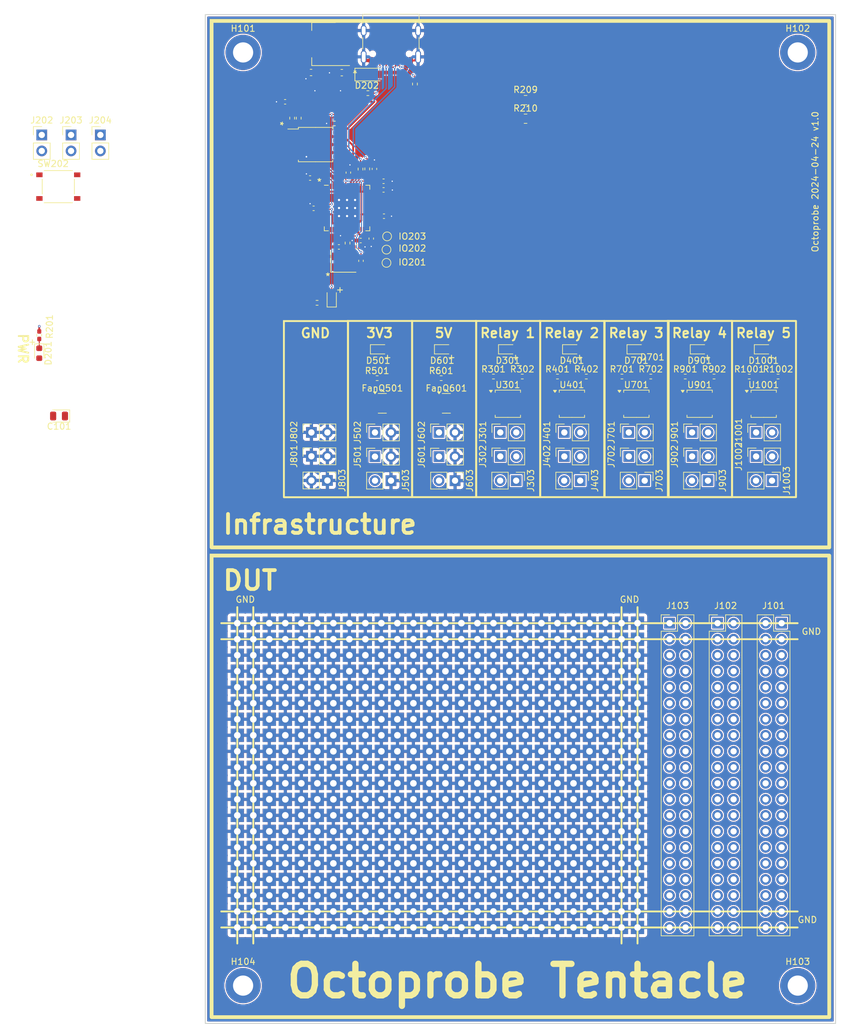
<source format=kicad_pcb>
(kicad_pcb (version 20240108) (generator "pcbnew") (generator_version "8.0")
  (title_block (title "Octoprobe") (date "2024-04-24") (rev "1.0") (company "Hans Märki, Märki Informatik") (comment 1 "The MIT License (MIT)"))
  (layers (0 "F.Cu" signal) (31 "B.Cu" signal) (34 "B.Paste" user) (35 "F.Paste" user) (36 "B.SilkS" user "B.Silkscreen") (37 "F.SilkS" user "F.Silkscreen") (38 "B.Mask" user) (39 "F.Mask" user) (44 "Edge.Cuts" user))
  (net 0 "")
  (net 1 "+5V")
  (net 2 "+1V1")
  (net 3 "/cpu/XIN")
  (net 4 "/cpu/USB_D+")
  (net 5 "/cpu/USB_D-")
  (net 6 "GND")
  (net 7 "/cpu/QSPI_SS")
  (net 8 "/cpu/XOUT")
  (net 9 "/cpu/QSPI_SD3")
  (net 10 "/cpu/QSPI_SCLK")
  (net 11 "/cpu/QSPI_SD0")
  (net 12 "/cpu/QSPI_SD2")
  (net 13 "/cpu/QSPI_SD1")
  (net 14 "+3V3")
  (net 15 "Net-(C211-Pad1)")
  (net 16 "MODBUS_DE")
  (net 17 "Net-(D201-K)")
  (net 18 "Net-(D101-K)")
  (net 19 "Net-(D202-A)")
  (net 20 "Net-(D301-A)")
  (net 21 "Net-(D401-A)")
  (net 22 "Net-(D501-A)")
  (net 23 "Net-(D501-K)")
  (net 24 "Net-(U201-GPIO18)")
  (net 25 "Net-(U201-GPIO19)")
  (net 26 "button")
  (net 27 "Net-(U201-GPIO20)")
  (net 28 "Net-(D601-K)")
  (net 29 "Net-(D601-A)")
  (net 30 "Net-(J201-CC2)")
  (net 31 "rel")
  (net 32 "modbus_addr_0")
  (net 33 "modbus_addr_1")
  (net 34 "modbus_addr_2")
  (net 35 "modbus_addr_3")
  (net 36 "modbus_addr_4")
  (net 37 "modbus_addr_5")
  (net 38 "modbus_addr_6")
  (net 39 "modbus_addr_7")
  (net 40 "ds_0")
  (net 41 "ds_1")
  (net 42 "ds_2")
  (net 43 "ds_3")
  (net 44 "ds_4")
  (net 45 "ds_5")
  (net 46 "ds_6")
  (net 47 "ds_7")
  (net 49 "Net-(J201-CC1)")
  (net 51 "Net-(J301-Pin_1)")
  (net 52 "Net-(J301-Pin_2)")
  (net 53 "Net-(U201-USB-DP)")
  (net 54 "Net-(U201-USB-DM)")
  (net 55 "ZENTRALE_LED")
  (net 56 "Net-(J401-Pin_2)")
  (net 57 "RELAIS_0")
  (net 58 "Net-(J401-Pin_1)")
  (net 59 "RELAIS_1")
  (net 65 "Net-(R302-Pad2)")
  (net 68 "Net-(R402-Pad2)")
  (net 69 "DUT_3V3")
  (net 70 "DUT_5V")
  (net 71 "Net-(D701-A)")
  (net 72 "Net-(J701-Pin_1)")
  (net 73 "Net-(J701-Pin_2)")
  (net 74 "RELAIS_2")
  (net 75 "RELAIS_3")
  (net 76 "Net-(R702-Pad2)")
  (net 157 "Net-(D901-A)")
  (net 158 "Net-(D1001-A)")
  (net 159 "Net-(J901-Pin_2)")
  (net 160 "Net-(J901-Pin_1)")
  (net 161 "Net-(J1001-Pin_1)")
  (net 162 "Net-(J1001-Pin_2)")
  (net 163 "/Relay 4/RELAY_IN")
  (net 164 "Net-(R902-Pad2)")
  (net 165 "/Relay 5/RELAY_IN")
  (net 166 "Net-(R1002-Pad2)")
  (net 207 "Net-(J202-Pin_1)")
  (net 208 "Net-(U201-RUN)")
  (net 209 "Net-(J203-Pin_2)")
  (net 210 "Net-(C217-Pad1)")
  (footprint "00_project_library:octoprobe_breakout_PB" (layer "F.Cu") (at 132.42 177.28)
    (property "Reference" "BP101" (hide yes))
    (property "Value" "octoprobe_prototype_board" (hide yes))
  )
  (footprint "00_project_library:octoprobe_breakout_PB" (layer "F.Cu") (at 79.08 167.12)
    (property "Reference" "BP101" (hide yes))
    (property "Value" "octoprobe_prototype_board" (hide yes))
  )
  (footprint "00_project_library:octoprobe_breakout_PB" (layer "F.Cu") (at 107.02 144.26)
    (property "Reference" "BP101" (hide yes))
    (property "Value" "octoprobe_prototype_board" (hide yes))
  )
  (footprint "00_project_library:octoprobe_breakout_PB" (layer "F.Cu") (at 99.4 164.58)
    (property "Reference" "BP101" (hide yes))
    (property "Value" "octoprobe_prototype_board" (hide yes))
  )
  (footprint "00_project_library:octoprobe_breakout_PB" (layer "F.Cu") (at 84.16 177.28)
    (property "Reference" "BP101" (hide yes))
    (property "Value" "octoprobe_prototype_board" (hide yes))
  )
  (footprint "00_project_library:octoprobe_breakout_PB" (layer "F.Cu") (at 122.26 174.74)
    (property "Reference" "BP101" (hide yes))
    (property "Value" "octoprobe_prototype_board" (hide yes))
  )
  (footprint "00_project_library:octoprobe_breakout_PB" (layer "F.Cu") (at 91.78 139.18)
    (property "Reference" "BP101" (hide yes))
    (property "Value" "octoprobe_prototype_board" (hide yes))
  )
  (footprint "Resistor_SMD:R_0402_1005Metric_Pad0.72x0.64mm_HandSolder" (layer "F.Cu") (at 47.6601 83.3473 -90)
    (property "Reference" "R201")
    (property "Value" "470R")
  )
  (footprint "00_project_library:octoprobe_breakout_PB" (layer "F.Cu") (at 142.58 172.2)
    (property "Reference" "BP101" (hide yes))
    (property "Value" "octoprobe_prototype_board" (hide yes))
  )
  (footprint "00_project_library:octoprobe_breakout_PB" (layer "F.Cu") (at 137.5 144.26)
    (property "Reference" "BP101" (hide yes))
    (property "Value" "octoprobe_prototype_board" (hide yes))
  )
  (footprint "00_project_library:octoprobe_breakout_PB" (layer "F.Cu") (at 94.32 172.2)
    (property "Reference" "BP101" (hide yes))
    (property "Value" "octoprobe_prototype_board" (hide yes))
  )
  (footprint "00_project_library:octoprobe_breakout_PB" (layer "F.Cu") (at 79.08 151.88)
    (property "Reference" "BP101" (hide yes))
    (property "Value" "octoprobe_prototype_board" (hide yes))
  )
  (footprint "00_project_library:octoprobe_breakout_PB" (layer "F.Cu") (at 119.72 149.34)
    (property "Reference" "BP101" (hide yes))
    (property "Value" "octoprobe_prototype_board" (hide yes))
  )
  (footprint "00_project_library:octoprobe_breakout_PB" (layer "F.Cu") (at 119.72 139.18)
    (property "Reference" "BP101" (hide yes))
    (property "Value" "octoprobe_prototype_board" (hide yes))
  )
  (footprint "00_project_library:octoprobe_breakout_PB" (layer "F.Cu") (at 101.94 149.34)
    (property "Reference" "BP101" (hide yes))
    (property "Value" "octoprobe_prototype_board" (hide yes))
  )
  (footprint "00_project_library:octoprobe_breakout_PB" (layer "F.Cu") (at 107.02 177.28)
    (property "Reference" "BP101" (hide yes))
    (property "Value" "octoprobe_prototype_board" (hide yes))
  )
  (footprint "00_project_library:octoprobe_breakout_PB" (layer "F.Cu") (at 112.1 136.64)
    (property "Reference" "BP101" (hide yes))
    (property "Value" "octoprobe_prototype_board" (hide yes))
  )
  (footprint "Connector_PinSocket_2.54mm:PinSocket_1x02_P2.54mm_Vertical" (layer "F.Cu") (at 120.806 102.579 90)
    (property "Reference" "J302")
    (property "Value" "Conn_01x02_Socket")
  )
  (footprint "00_project_library:octoprobe_breakout_PB" (layer "F.Cu") (at 79.08 154.42)
    (property "Reference" "BP101" (hide yes))
    (property "Value" "octoprobe_prototype_board" (hide yes))
  )
  (footprint "00_project_library:octoprobe_breakout_PB" (layer "F.Cu") (at 107.02 146.8)
    (property "Reference" "BP101" (hide yes))
    (property "Value" "octoprobe_prototype_board" (hide yes))
  )
  (footprint "00_project_library:octoprobe_breakout_PB" (layer "F.Cu") (at 94.32 131.56)
    (property "Reference" "BP101" (hide yes))
    (property "Value" "octoprobe_prototype_board" (hide yes))
  )
  (footprint "00_project_library:octoprobe_breakout_PB" (layer "F.Cu") (at 122.26 136.64)
    (property "Reference" "BP101" (hide yes))
    (property "Value" "octoprobe_prototype_board" (hide yes))
  )
  (footprint "00_project_library:octoprobe_breakout_PB" (layer "F.Cu") (at 101.94 141.72)
    (property "Reference" "BP101" (hide yes))
    (property "Value" "octoprobe_prototype_board" (hide yes))
  )
  (footprint "00_project_library:octoprobe_breakout_PB" (layer "F.Cu") (at 96.86 172.2)
    (property "Reference" "BP101" (hide yes))
    (property "Value" "octoprobe_prototype_board" (hide yes))
  )
  (footprint "00_project_library:octoprobe_breakout_PB" (layer "F.Cu") (at 101.94 146.8)
    (property "Reference" "BP101" (hide yes))
    (property "Value" "octoprobe_prototype_board" (hide yes))
  )
  (footprint "00_project_library:octoprobe_breakout_PB" (layer "F.Cu") (at 109.56 167.12)
    (property "Reference" "BP101" (hide yes))
    (property "Value" "octoprobe_prototype_board" (hide yes))
  )
  (footprint "00_project_library:octoprobe_breakout_PB" (layer "F.Cu") (at 94.32 129.02)
    (property "Reference" "BP101" (hide yes))
    (property "Value" "octoprobe_prototype_board" (hide yes))
  )
  (footprint "00_project_library:octoprobe_breakout_PB" (layer "F.Cu") (at 91.78 156.96)
    (property "Reference" "BP101" (hide yes))
    (property "Value" "octoprobe_prototype_board" (hide yes))
  )
  (footprint "00_project_library:octoprobe_breakout_PB" (layer "F.Cu") (at 94.32 154.42)
    (property "Reference" "BP101" (hide yes))
    (property "Value" "octoprobe_prototype_board" (hide yes))
  )
  (footprint "00_project_library:octoprobe_breakout_PB" (layer "F.Cu") (at 114.64 159.5)
    (property "Reference" "BP101" (hide yes))
    (property "Value" "octoprobe_prototype_board" (hide yes))
  )
  (footprint "00_project_library:octoprobe_breakout_PB" (layer "F.Cu") (at 104.48 149.34)
    (property "Reference" "BP101" (hide yes))
    (property "Value" "octoprobe_prototype_board" (hide yes))
  )
  (footprint "Connector_PinHeader_2.54mm:PinHeader_1x02_P2.54mm_Vertical" (layer "F.Cu") (at 123.326 106.414 -90)
    (property "Reference" "J303")
    (property "Value" "Conn_01x02_Pin")
  )
  (footprint "00_project_library:octoprobe_breakout_PB" (layer "F.Cu") (at 84.16 139.18)
    (property "Reference" "BP101" (hide yes))
    (property "Value" "octoprobe_prototype_board" (hide yes))
  )
  (footprint "00_project_library:octoprobe_breakout_PB" (layer "F.Cu") (at 89.24 177.28)
    (property "Reference" "BP101" (hide yes))
    (property "Value" "octoprobe_prototype_board" (hide yes))
  )
  (footprint "00_project_library:octoprobe_breakout_PB" (layer "F.Cu") (at 96.86 177.28)
    (property "Reference" "BP101" (hide yes))
    (property "Value" "octoprobe_prototype_board" (hide yes))
  )
  (footprint "00_project_library:octoprobe_breakout_PB" (layer "F.Cu") (at 79.08 146.8)
    (property "Reference" "BP101" (hide yes))
    (property "Value" "octoprobe_prototype_board" (hide yes))
  )
  (footprint "00_project_library:octoprobe_breakout_PB" (layer "F.Cu") (at 122.26 169.66)
    (property "Reference" "BP101" (hide yes))
    (property "Value" "octoprobe_prototype_board" (hide yes))
  )
  (footprint "00_project_library:PinSocket_2x20_P2.54mm_Vertical-stackable" (layer "F.Cu") (at 165.44 129.02)
    (property "Reference" "J101")
    (property "Value" "Conn_01x20")
  )
  (footprint "00_project_library:octoprobe_breakout_PB" (layer "F.Cu") (at 134.96 154.42)
    (property "Reference" "BP101" (hide yes))
    (property "Value" "octoprobe_prototype_board" (hide yes))
  )
  (footprint "Package_SO:SOP-4_3.8x4.1mm_P2.54mm" (layer "F.Cu") (at 162.596 94.222)
    (property "Reference" "U1001")
    (property "Value" "GAQY221S")
  )
  (footprint "00_project_library:octoprobe_breakout_PB" (layer "F.Cu") (at 124.8 129.02)
    (property "Reference" "BP101" (hide yes))
    (property "Value" "octoprobe_prototype_board" (hide yes))
  )
  (footprint "00_project_library:octoprobe_breakout_PB" (layer "F.Cu") (at 81.62 131.56)
    (property "Reference" "BP101" (hide yes))
    (property "Value" "octoprobe_prototype_board" (hide yes))
  )
  (footprint "00_project_library:octoprobe_breakout_PB" (layer "F.Cu") (at 114.64 129.02)
    (property "Reference" "BP101" (hide yes))
    (property "Value" "octoprobe_prototype_board" (hide yes))
  )
  (footprint "00_project_library:octoprobe_breakout_PB" (layer "F.Cu") (at 107.02 164.58)
    (property "Reference" "BP101" (hide yes))
    (property "Value" "octoprobe_prototype_board" (hide yes))
  )
  (footprint "00_project_library:octoprobe_breakout_PB" (layer "F.Cu") (at 140.04 151.88)
    (property "Reference" "BP101" (hide yes))
    (property "Value" "octoprobe_prototype_board" (hide yes))
  )
  (footprint "00_project_library:octoprobe_breakout_PB" (layer "F.Cu") (at 101.94 169.66)
    (property "Reference" "BP101" (hide yes))
    (property "Value" "octoprobe_prototype_board" (hide yes))
  )
  (footprint "00_project_library:octoprobe_breakout_PB" (layer "F.Cu") (at 140.04 164.58)
    (property "Reference" "BP101" (hide yes))
    (property "Value" "octoprobe_prototype_board" (hide yes))
  )
  (footprint "00_project_library:octoprobe_breakout_PB" (layer "F.Cu") (at 91.78 172.2)
    (property "Reference" "BP101" (hide yes))
    (property "Value" "octoprobe_prototype_board" (hide yes))
  )
  (footprint "00_project_library:LED_0603_1608Metric" (layer "F.Cu") (at 47.66 86.2055 -90)
    (property "Reference" "D201")
    (property "Value" "LED GREEN")
  )
  (footprint "00_project_library:octoprobe_breakout_PB" (layer "F.Cu") (at 137.5 162.04)
    (property "Reference" "BP101" (hide yes))
    (property "Value" "octoprobe_prototype_board" (hide yes))
  )
  (footprint "00_project_library:octoprobe_breakout_PB" (layer "F.Cu") (at 104.48 167.12)
    (property "Reference" "BP101" (hide yes))
    (property "Value" "octoprobe_prototype_board" (hide yes))
  )
  (footprint "00_project_library:octoprobe_breakout_PB" (layer "F.Cu") (at 91.78 141.72)
    (property "Reference" "BP101" (hide yes))
    (property "Value" "octoprobe_prototype_board" (hide yes))
  )
  (footprint "00_project_library:octoprobe_breakout_PB" (layer "F.Cu") (at 86.7 162.04)
    (property "Reference" "BP101" (hide yes))
    (property "Value" "octoprobe_prototype_board" (hide yes))
  )
  (footprint "00_project_library:octoprobe_breakout_PB" (layer "F.Cu") (at 112.1 151.88)
    (property "Reference" "BP101" (hide yes))
    (property "Value" "octoprobe_prototype_board" (hide yes))
  )
  (footprint "00_project_library:octoprobe_breakout_PB" (layer "F.Cu") (at 142.58 146.8)
    (property "Reference" "BP101" (hide yes))
    (property "Value" "octoprobe_prototype_board" (hide yes))
  )
  (footprint "00_project_library:octoprobe_breakout_PB" (layer "F.Cu") (at 137.5 174.74)
    (property "Reference" "BP101" (hide yes))
    (property "Value" "octoprobe_prototype_board" (hide yes))
  )
  (footprint "00_project_library:octoprobe_breakout_PB" (layer "F.Cu") (at 81.62 129.02)
    (property "Reference" "BP101" (hide yes))
    (property "Value" "octoprobe_prototype_board" (hide yes))
  )
  (footprint "00_project_library:octoprobe_breakout_PB" (layer "F.Cu") (at 140.04 156.96)
    (property "Reference" "BP101" (hide yes))
    (property "Value" "octoprobe_prototype_board" (hide yes))
  )
  (footprint "00_project_library:octoprobe_breakout_PB" (layer "F.Cu") (at 107.02 169.66)
    (property "Reference" "BP101" (hide yes))
    (property "Value" "octoprobe_prototype_board" (hide yes))
  )
  (footprint "00_project_library:octoprobe_breakout_PB" (layer "F.Cu") (at 142.58 154.42)
    (property "Reference" "BP101" (hide yes))
    (property "Value" "octoprobe_prototype_board" (hide yes))
  )
  (footprint "00_project_library:octoprobe_breakout_PB" (layer "F.Cu") (at 134.96 149.34)
    (property "Reference" "BP101" (hide yes))
    (property "Value" "octoprobe_prototype_board" (hide yes))
  )
  (footprint "00_project_library:octoprobe_breakout_PB" (layer "F.Cu") (at 81.62 169.66)
    (property "Reference" "BP101" (hide yes))
    (property "Value" "octoprobe_prototype_board" (hide yes))
  )
  (footprint "Connector_PinSocket_2.54mm:PinSocket_1x02_P2.54mm_Vertical" (layer "F.Cu") (at 111.083 98.769 90)
    (property "Reference" "J602")
    (property "Value" "Conn_01x02_Socket")
  )
  (footprint "00_project_library:octoprobe_breakout_PB" (layer "F.Cu") (at 132.42 141.72)
    (property "Reference" "BP101" (hide yes))
    (property "Value" "octoprobe_prototype_board" (hide yes))
  )
  (footprint "00_project_library:octoprobe_breakout_PB" (layer "F.Cu") (at 81.62 162.04)
    (property "Reference" "BP101" (hide yes))
    (property "Value" "octoprobe_prototype_board" (hide yes))
  )
  (footprint "00_project_library:octoprobe_breakout_PB" (layer "F.Cu") (at 81.62 141.72)
    (property "Reference" "BP101" (hide yes))
    (property "Value" "octoprobe_prototype_board" (hide yes))
  )
  (footprint "00_project_library:octoprobe_breakout_PB" (layer "F.Cu") (at 129.88 162.04)
    (property "Reference" "BP101" (hide yes))
    (property "Value" "octoprobe_prototype_board" (hide yes))
  )
  (footprint "00_project_library:octoprobe_breakout_PB" (layer "F.Cu") (at 119.72 151.88)
    (property "Reference" "BP101" (hide yes))
    (property "Value" "octoprobe_prototype_board" (hide yes))
  )
  (footprint "00_project_library:octoprobe_breakout_PB" (layer "F.Cu") (at 124.8 169.66)
    (property "Reference" "BP101" (hide yes))
    (property "Value" "octoprobe_prototype_board" (hide yes))
  )
  (footprint "00_project_library:octoprobe_breakout_PB" (layer "F.Cu") (at 142.58 144.26)
    (property "Reference" "BP101" (hide yes))
    (property "Value" "octoprobe_prototype_board" (hide yes))
  )
  (footprint "00_project_library:octoprobe_breakout_PB" (layer "F.Cu") (at 129.88 141.72)
    (property "Reference" "BP101" (hide yes))
    (property "Value" "octoprobe_prototype_board" (hide yes))
  )
  (footprint "00_project_library:octoprobe_breakout_PB" (layer "F.Cu") (at 137.5 151.88)
    (property "Reference" "BP101" (hide yes))
    (property "Value" "octoprobe_prototype_board" (hide yes))
  )
  (footprint "00_project_library:octoprobe_breakout_PB" (layer "F.Cu") (at 84.16 164.58)
    (property "Reference" "BP101" (hide yes))
    (property "Value" "octoprobe_prototype_board" (hide yes))
  )
  (footprint "00_project_library:octoprobe_breakout_PB" (layer "F.Cu") (at 99.4 136.64)
    (property "Reference" "BP101" (hide yes))
    (property "Value" "octoprobe_prototype_board" (hide yes))
  )
  (footprint "00_project_library:octoprobe_breakout_PB" (layer "F.Cu") (at 119.72 164.58)
    (property "Reference" "BP101" (hide yes))
    (property "Value" "octoprobe_prototype_board" (hide yes))
  )
  (footprint "Resistor_SMD:R_0402_1005Metric_Pad0.72x0.64mm_HandSolder" (layer "F.Cu") (at 119.72 89.904)
    (property "Reference" "R301")
    (property "Value" "1k")
  )
  (footprint "00_project_library:octoprobe_breakout_PB" (layer "F.Cu") (at 112.1 159.5)
    (property "Reference" "BP101" (hide yes))
    (property "Value" "octoprobe_prototype_board" (hide yes))
  )
  (footprint "00_project_library:octoprobe_breakout_PB" (layer "F.Cu") (at 94.32 136.64)
    (property "Reference" "BP101" (hide yes))
    (property "Value" "octoprobe_prototype_board" (hide yes))
  )
  (footprint "00_project_library:octoprobe_breakout_PB" (layer "F.Cu") (at 89.24 167.12)
    (property "Reference" "BP101" (hide yes))
    (property "Value" "octoprobe_prototype_board" (hide yes))
  )
  (footprint "00_project_library:octoprobe_breakout_PB" (layer "F.Cu") (at 140.04 174.74)
    (property "Reference" "BP101" (hide yes))
    (property "Value" "octoprobe_prototype_board" (hide yes))
  )
  (footprint "00_project_library:octoprobe_breakout_PB" (layer "F.Cu") (at 112.1 129.02)
    (property "Reference" "BP101" (hide yes))
    (property "Value" "octoprobe_prototype_board" (hide yes))
  )
  (footprint "00_project_library:octoprobe_breakout_PB" (layer "F.Cu") (at 129.88 149.34)
    (property "Reference" "BP101" (hide yes))
    (property "Value" "octoprobe_prototype_board" (hide yes))
  )
  (footprint "Package_TO_SOT_SMD:SOT-23" (layer "F.Cu") (at 112.25 94.156)
    (property "Reference" "FanQ601")
    (property "Value" "NMOS")
  )
  (footprint "Resistor_SMD:R_0402_1005Metric_Pad0.72x0.64mm_HandSolder" (layer "F.Cu") (at 124.292 89.904)
    (property "Reference" "R302")
    (property "Value" "4k2")
  )
  (footprint "00_project_library:octoprobe_breakout_PB" (layer "F.Cu") (at 84.16 151.88)
    (property "Reference" "BP101" (hide yes))
    (property "Value" "octoprobe_prototype_board" (hide yes))
  )
  (footprint "00_project_library:octoprobe_breakout_PB" (layer "F.Cu") (at 132.42 172.2)
    (property "Reference" "BP101" (hide yes))
    (property "Value" "octoprobe_prototype_board" (hide yes))
  )
  (footprint "Capacitor_SMD:C_0603_1608Metric" (layer "F.Cu") (at 95.659 41.708 180)
    (property "Reference" "C201" (hide yes))
    (property "Value" "10u")
  )
  (footprint "00_project_library:octoprobe_breakout_PB" (layer "F.Cu") (at 96.86 162.04)
    (property "Reference" "BP101" (hide yes))
    (property "Value" "octoprobe_prototype_board" (hide yes))
  )
  (footprint "00_project_library:LED_0603_1608Metric" (layer "F.Cu") (at 152.436 85.586)
    (property "Reference" "D901")
    (property "Value" "LED WHITE")
  )
  (footprint "00_project_library:octoprobe_breakout_PB" (layer "F.Cu") (at 132.42 131.56)
    (property "Reference" "BP101" (hide yes))
    (property "Value" "octoprobe_prototype_board" (hide yes))
  )
  (footprint "00_project_library:octoprobe_breakout_PB" (layer "F.Cu") (at 96.86 134.1)
    (property "Reference" "BP101" (hide yes))
    (property "Value" "octoprobe_prototype_board" (hide yes))
  )
  (footprint "00_project_library:octoprobe_breakout_PB" (layer "F.Cu") (at 124.8 134.1)
    (property "Reference" "BP101" (hide yes))
    (property "Value" "octoprobe_prototype_board" (hide yes))
  )
  (footprint "00_project_library:octoprobe_breakout_PB" (layer "F.Cu") (at 86.7 129.02)
    (property "Reference" "BP101" (hide yes))
    (property "Value" "octoprobe_prototype_board" (hide yes))
  )
  (footprint "Capacitor_SMD:C_0402_1005Metric_Pad0.74x0.62mm_HandSolder" (layer "F.Cu") (at 100.8406 56.9734 90)
    (property "Reference" "C204" (hide yes))
    (property "Value" "100n")
  )
  (footprint "00_project_library:octoprobe_breakout_PB" (layer "F.Cu") (at 124.8 146.8)
    (property "Reference" "BP101" (hide yes))
    (property "Value" "octoprobe_prototype_board" (hide yes))
  )
  (footprint "Resistor_SMD:R_0805_2012Metric_Pad1.20x1.40mm_HandSolder" (layer "F.Cu") (at 124.816 49.01)
    (property "Reference" "R210")
    (property "Value" "0")
  )
  (footprint "00_project_library:octoprobe_breakout_PB" (layer "F.Cu") (at 86.7 141.72)
    (property "Reference" "BP101" (hide yes))
    (property "Value" "octoprobe_prototype_board" (hide yes))
  )
  (footprint "00_project_library:octoprobe_breakout_PB" (layer "F.Cu") (at 96.86 141.72)
    (property "Reference" "BP101" (hide yes))
    (property "Value" "octoprobe_prototype_board" (hide yes))
  )
  (footprint "00_project_library:LED_0603_1608Metric" (layer "F.Cu") (at 162.596 85.586)
    (property "Reference" "D1001")
    (property "Value" "LED WHITE")
  )
  (footprint "00_project_library:octoprobe_breakout_PB" (layer "F.Cu") (at 91.78 144.26)
    (property "Reference" "BP101" (hide yes))
    (property "Value" "octoprobe_prototype_board" (hide yes))
  )
  (footprint "00_project_library:octoprobe_breakout_PB" (layer "F.Cu") (at 101.94 164.58)
    (property "Reference" "BP101" (hide yes))
    (property "Value" "octoprobe_prototype_board" (hide yes))
  )
  (footprint "00_project_library:octoprobe_breakout_PB" (layer "F.Cu") (at 96.86 167.12)
    (property "Reference" "BP101" (hide yes))
    (property "Value" "octoprobe_prototype_board" (hide yes))
  )
  (footprint "00_project_library:octoprobe_breakout_PB" (layer "F.Cu") (at 101.94 159.5)
    (property "Reference" "BP101" (hide yes))
    (property "Value" "octoprobe_prototype_board" (hide yes))
  )
  (footprint "00_project_library:octoprobe_breakout_PB" (layer "F.Cu") (at 104.48 156.96)
    (property "Reference" "BP101" (hide yes))
    (property "Value" "octoprobe_prototype_board" (hide yes))
  )
  (footprint "00_project_library:octoprobe_breakout_PB" (layer "F.Cu") (at 119.72 134.1)
    (property "Reference" "BP101" (hide yes))
    (property "Value" "octoprobe_prototype_board" (hide yes))
  )
  (footprint "Package_SO:SOP-4_3.8x4.1mm_P2.54mm" (layer "F.Cu") (at 142.397 94.222)
    (property "Reference" "U701")
    (property "Value" "GAQY221S")
  )
  (footprint "00_project_library:octoprobe_breakout_PB" (layer "F.Cu") (at 127.34 134.1)
    (property "Reference" "BP101" (hide yes))
    (property "Value" "octoprobe_prototype_board" (hide yes))
  )
  (footprint "00_project_library:octoprobe_breakout_PB" (layer "F.Cu") (at 122.26 134.1)
    (property "Reference" "BP101" (hide yes))
    (property "Value" "octoprobe_prototype_board" (hide yes))
  )
  (footprint "00_project_library:octoprobe_breakout_PB" (layer "F.Cu") (at 86.7 136.64)
    (property "Reference" "BP101" (hide yes))
    (property "Value" "octoprobe_prototype_board" (hide yes))
  )
  (footprint "00_project_library:octoprobe_breakout_PB" (layer "F.Cu") (at 129.88 134.1)
    (property "Reference" "BP101" (hide yes))
    (property "Value" "octoprobe_prototype_board" (hide yes))
  )
  (footprint "00_project_library:opctoprobe_relay" (layer "F.Cu") (at 127.135 109.028)
    (property "Reference" "UR401" (hide yes))
    (property "Value" "Relay 2")
  )
  (footprint "00_project_library:octoprobe_breakout_PB" (layer "F.Cu") (at 137.5 172.2)
    (property "Reference" "BP101" (hide yes))
    (property "Value" "octoprobe_prototype_board" (hide yes))
  )
  (footprint "00_project_library:octoprobe_breakout_PB" (layer "F.Cu") (at 81.62 156.96)
    (property "Reference" "BP101" (hide yes))
    (property "Value" "octoprobe_prototype_board" (hide yes))
  )
  (footprint "Resistor_SMD:R_0402_1005Metric_Pad0.72x0.64mm_HandSolder" (layer "F.Cu") (at 154.722 89.904)
    (property "Reference" "R902")
    (property "Value" "4k2")
  )
  (footprint "00_project_library:octoprobe_breakout_PB" (layer "F.Cu") (at 94.32 134.1)
    (property "Reference" "BP101" (hide yes))
    (property "Value" "octoprobe_prototype_board" (hide yes))
  )
  (footprint "00_project_library:octoprobe_breakout_PB" (layer "F.Cu") (at 91.78 154.42)
    (property "Reference" "BP101" (hide yes))
    (property "Value" "octoprobe_prototype_board" (hide yes))
  )
  (footprint "Resistor_SMD:R_0402_1005Metric_Pad0.72x0.64mm_HandSolder" (layer "F.Cu") (at 164.882 89.904)
    (property "Reference" "R1002")
    (property "Value" "4k2")
  )
  (footprint "00_project_library:octoprobe_breakout_PB" (layer "F.Cu") (at 124.8 156.96)
    (property "Reference" "BP101" (hide yes))
    (property "Value" "octoprobe_prototype_board" (hide yes))
  )
  (footprint "00_project_library:octoprobe_breakout_PB" (layer "F.Cu") (at 142.58 159.5)
    (property "Reference" "BP101" (hide yes))
    (property "Value" "octoprobe_prototype_board" (hide yes))
  )
  (footprint "00_project_library:octoprobe_breakout_PB" (layer "F.Cu") (at 114.64 151.88)
    (property "Reference" "BP101" (hide yes))
    (property "Value" "octoprobe_prototype_board" (hide yes))
  )
  (footprint "00_project_library:octoprobe_breakout_PB" (layer "F.Cu") (at 89.24 139.18)
    (property "Reference" "BP101" (hide yes))
    (property "Value" "octoprobe_prototype_board" (hide yes))
  )
  (footprint "00_project_library:octoprobe_breakout_PB" (layer "F.Cu") (at 86.7 164.58)
    (property "Reference" "BP101" (hide yes))
    (property "Value" "octoprobe_prototype_board" (hide yes))
  )
  (footprint "Resistor_SMD:R_0402_1005Metric_Pad0.72x0.64mm_HandSolder" (layer "F.Cu") (at 140.111 89.904)
    (property "Reference" "R701")
    (property "Value" "1k")
  )
  (footprint "00_project_library:octoprobe_breakout_PB" (layer "F.Cu") (at 132.42 149.34)
    (property "Reference" "BP101" (hide yes))
    (property "Value" "octoprobe_prototype_board" (hide yes))
  )
  (footprint "00_project_library:octoprobe_breakout_PB" (layer "F.Cu") (at 124.8 131.56)
    (property "Reference" "BP101" (hide yes))
    (property "Value" "octoprobe_prototype_board" (hide yes))
  )
  (footprint "00_project_library:octoprobe_breakout_PB" (layer "F.Cu") (at 84.16 136.64)
    (property "Reference" "BP101" (hide yes))
    (property "Value" "octoprobe_prototype_board" (hide yes))
  )
  (footprint "Connector_PinSocket_2.54mm:PinSocket_1x02_P2.54mm_Vertical" (layer "F.Cu") (at 141.197 98.769 90)
    (property "Reference" "J701")
    (property "Value" "Conn_01x02_Socket")
  )
  (footprint "00_project_library:octoprobe_breakout_PB" (layer "F.Cu") (at 101.94 174.74)
    (property "Reference" "BP101" (hide yes))
    (property "Value" "octoprobe_prototype_board" (hide yes))
  )
  (footprint "00_project_library:octoprobe_breakout_PB" (layer "F.Cu") (at 114.64 167.12)
    (property "Reference" "BP101" (hide yes))
    (property "Value" "octoprobe_prototype_board" (hide yes))
  )
  (footprint "00_project_library:octoprobe_breakout_PB" (layer "F.Cu") (at 112.1 141.72)
    (property "Reference" "BP101" (hide yes))
    (property "Value" "octoprobe_prototype_board" (hide yes))
  )
  (footprint "00_project_library:octoprobe_breakout_PB" (layer "F.Cu") (at 79.08 136.64)
    (property "Reference" "BP101" (hide yes))
    (property "Value" "octoprobe_prototype_board" (hide yes))
  )
  (footprint "00_project_library:octoprobe_breakout_PB" (layer "F.Cu") (at 112.1 154.42)
    (property "Reference" "BP101" (hide yes))
    (property "Value" "octoprobe_prototype_board" (hide yes))
  )
  (footprint "00_project_library:octoprobe_breakout_PB" (layer "F.Cu") (at 94.32 164.58)
    (property "Reference" "BP101" (hide yes))
    (property "Value" "octoprobe_prototype_board" (hide yes))
  )
  (footprint "00_project_library:octoprobe_breakout_PB" (layer "F.Cu") (at 124.8 162.04)
    (property "Reference" "BP101" (hide yes))
    (property "Value" "octoprobe_prototype_board" (hide yes))
  )
  (footprint "00_project_library:octoprobe_breakout_PB" (layer "F.Cu") (at 112.1 172.2)
    (property "Reference" "BP101" (hide yes))
    (property "Value" "octoprobe_prototype_board" (hide yes))
  )
  (footprint "00_project_library:octoprobe_breakout_PB" (layer "F.Cu") (at 119.72 169.66)
    (property "Reference" "BP101" (hide yes))
    (property "Value" "octoprobe_prototype_board" (hide yes))
  )
  (footprint "00_project_library:octoprobe_breakout_PB" (layer "F.Cu") (at 142.58 177.28)
    (property "Reference" "BP101" (hide yes))
    (property "Value" "octoprobe_prototype_board" (hide yes))
  )
  (footprint "00_project_library:octoprobe_breakout_PB" (layer "F.Cu") (at 86.7 146.8)
    (property "Reference" "BP101" (hide yes))
    (property "Value" "octoprobe_prototype_board" (hide yes))
  )
  (footprint "00_project_library:octoprobe_breakout_PB" (layer "F.Cu") (at 91.78 169.66)
    (property "Reference" "BP101" (hide yes))
    (property "Value" "octoprobe_prototype_board" (hide yes))
  )
  (footprint "Package_SO:SOP-4_3.8x4.1mm_P2.54mm" (layer "F.Cu") (at 152.436 94.222)
    (property "Reference" "U901")
    (property "Value" "GAQY221S")
  )
  (footprint "00_project_library:octoprobe_breakout_PB" (layer "F.Cu") (at 114.64 172.2)
    (property "Reference" "BP101" (hide yes))
    (property "Value" "octoprobe_prototype_board" (hide yes))
  )
  (footprint "00_project_library:octoprobe_breakout_PB" (layer "F.Cu") (at 114.64 149.34)
    (property "Reference" "BP101" (hide yes))
    (property "Value" "octoprobe_prototype_board" (hide yes))
  )
  (footprint "Package_SO:SOP-4_3.8x4.1mm_P2.54mm" (layer "F.Cu") (at 132.166 94.222)
    (property "Reference" "U401")
    (property "Value" "GAQY221S")
  )
  (footprint "00_project_library:opctoprobe_relay" (layer "F.Cu") (at 147.405 109.028)
    (property "Reference" "UR101" (hide yes))
    (property "Value" "GND")
  )
  (footprint "00_project_library:octoprobe_breakout_PB" (layer "F.Cu") (at 109.56 156.96)
    (property "Reference" "BP101" (hide yes))
    (property "Value" "octoprobe_prototype_board" (hide yes))
  )
  (footprint "00_project_library:octoprobe_breakout_PB" (layer "F.Cu") (at 94.32 141.72)
    (property "Reference" "BP101" (hide yes))
    (property "Value" "octoprobe_prototype_board" (hide yes))
  )
  (footprint "00_project_library:octoprobe_breakout_PB" (layer "F.Cu") (at 117.18 162.04)
    (property "Reference" "BP101" (hide yes))
    (property "Value" "octoprobe_prototype_board" (hide yes))
  )
  (footprint "00_project_library:octoprobe_breakout_PB" (layer "F.Cu") (at 99.4 141.72)
    (property "Reference" "BP101" (hide yes))
    (property "Value" "octoprobe_prototype_board" (hide yes))
  )
  (footprint "00_project_library:octoprobe_breakout_PB" (layer "F.Cu") (at 122.26 167.12)
    (property "Reference" "BP101" (hide yes))
    (property "Value" "octoprobe_prototype_board" (hide yes))
  )
  (footprint "Connector_PinHeader_2.54mm:PinHeader_1x02_P2.54mm_Vertical" (layer "F.Cu") (at 52.705 51.5842)
    (property "Reference" "J203")
    (property "Value" "BOOT Button")
  )
  (footprint "00_project_library:octoprobe_breakout_PB" (layer "F.Cu") (at 104.48 129.02)
    (property "Reference" "BP101" (hide yes))
    (property "Value" "octoprobe_prototype_board" (hide yes))
  )
  (footprint "00_project_library:octoprobe_breakout_PB" (layer "F.Cu") (at 129.88 154.42)
    (property "Reference" "BP101" (hide yes))
    (property "Value" "octoprobe_prototype_board" (hide yes))
  )
  (footprint "00_project_library:octoprobe_breakout_PB" (layer "F.Cu") (at 91.78 136.64)
    (property "Reference" "BP101" (hide yes))
    (property "Value" "octoprobe_prototype_board" (hide yes))
  )
  (footprint "00_project_library:octoprobe_breakout_PB" (layer "F.Cu") (at 137.5 134.1)
    (property "Reference" "BP101" (hide yes))
    (property "Value" "octoprobe_prototype_board" (hide yes))
  )
  (footprint "Package_TO_SOT_SMD:SOT-23" (layer "F.Cu") (at 102.09 94.156)
    (property "Reference" "FanQ501")
    (property "Value" "NMOS")
  )
  (footprint "00_project_library:octoprobe_breakout_PB" (layer "F.Cu") (at 119.72 156.96)
    (property "Reference" "BP101" (hide yes))
    (property "Value" "octoprobe_prototype_board" (hide yes))
  )
  (footprint "00_project_library:octoprobe_breakout_PB" (layer "F.Cu") (at 140.04 149.34)
    (property "Reference" "BP101" (hide yes))
    (property "Value" "octoprobe_prototype_board" (hide yes))
  )
  (footprint "00_project_library:octoprobe_breakout_PB" (layer "F.Cu") (at 117.18 149.34)
    (property "Reference" "BP101" (hide yes))
    (property "Value" "octoprobe_prototype_board" (hide yes))
  )
  (footprint "00_project_library:octoprobe_breakout_PB" (layer "F.Cu") (at 114.64 144.26)
    (property "Reference" "BP101" (hide yes))
    (property "Value" "octoprobe_prototype_board" (hide yes))
  )
  (footprint "00_project_library:octoprobe_breakout_PB" (layer "F.Cu") (at 127.34 164.58)
    (property "Reference" "BP101" (hide yes))
    (property "Value" "octoprobe_prototype_board" (hide yes))
  )
  (footprint "00_project_library:octoprobe_breakout_PB" (layer "F.Cu") (at 127.34 144.26)
    (property "Reference" "BP101" (hide yes))
    (property "Value" "octoprobe_prototype_board" (hide yes))
  )
  (footprint "Connector_PinHeader_2.54mm:PinHeader_1x02_P2.54mm_Vertical" (layer "F.Cu") (at 133.486 106.414 -90)
    (property "Reference" "J403")
    (property "Value" "Conn_01x02_Pin")
  )
  (footprint "00_project_library:octoprobe_breakout_PB" (layer "F.Cu") (at 140.04 159.5)
    (property "Reference" "BP101" (hide yes))
    (property "Value" "octoprobe_prototype_board" (hide yes))
  )
  (footprint "00_project_library:octoprobe_breakout_PB" (layer "F.Cu") (at 127.34 129.02)
    (property "Reference" "BP101" (hide yes))
    (property "Value" "octoprobe_prototype_board" (hide yes))
  )
  (footprint "00_project_library:octoprobe_breakout_PB" (layer "F.Cu") (at 117.18 174.74)
    (property "Reference" "BP101" (hide yes))
    (property "Value" "octoprobe_prototype_board" (hide yes))
  )
  (footprint "00_project_library:octoprobe_breakout_PB" (layer "F.Cu") (at 81.62 149.34)
    (property "Reference" "BP101" (hide yes))
    (property "Value" "octoprobe_prototype_board" (hide yes))
  )
  (footprint "00_project_library:octoprobe_breakout_PB" (layer "F.Cu") (at 104.48 177.28)
    (property "Reference" "BP101" (hide yes))
    (property "Value" "octoprobe_prototype_board" (hide yes))
  )
  (footprint "00_project_library:octoprobe_breakout_PB" (layer "F.Cu") (at 112.1 162.04)
    (property "Reference" "BP101" (hide yes))
    (property "Value" "octoprobe_prototype_board" (hide yes))
  )
  (footprint "00_project_library:opctoprobe_relay" (layer "F.Cu") (at 147.405 109.028)
    (property "Reference" "UR901" (hide yes))
    (property "Value" "Relay 4")
  )
  (footprint "00_project_library:octoprobe_breakout_PB" (layer "F.Cu") (at 91.78 177.28)
    (property "Reference" "BP101" (hide yes))
    (property "Value" "octoprobe_prototype_board" (hide yes))
  )
  (footprint "00_project_library:octoprobe_breakout_PB" (layer "F.Cu") (at 94.32 156.96)
    (property "Reference" "BP101" (hide yes))
    (property "Value" "octoprobe_prototype_board" (hide yes))
  )
  (footprint "00_project_library:octoprobe_breakout_PB" (layer "F.Cu") (at 127.34 167.12)
    (property "Reference" "BP101" (hide yes))
    (property "Value" "octoprobe_prototype_board" (hide yes))
  )
  (footprint "00_project_library:octoprobe_breakout_PB" (layer "F.Cu") (at 134.96 159.5)
    (property "Reference" "BP101" (hide yes))
    (property "Value" "octoprobe_prototype_board" (hide yes))
  )
  (footprint "00_project_library:octoprobe_breakout_PB" (layer "F.Cu") (at 132.42 139.18)
    (property "Reference" "BP101" (hide yes))
    (property "Value" "octoprobe_prototype_board" (hide yes))
  )
  (footprint "00_project_library:octoprobe_breakout_PB" (layer "F.Cu") (at 127.34 169.66)
    (property "Reference" "BP101" (hide yes))
    (property "Value" "octoprobe_prototype_board" (hide yes))
  )
  (footprint "TestPoint:TestPoint_Pad_D1.0mm" (layer "F.Cu") (at 102.8494 67.672 180)
    (property "Reference" "IO203")
    (property "Value" "TestPoint")
  )
  (footprint "00_project_library:octoprobe_breakout_PB" (layer "F.Cu") (at 114.64 156.96)
    (property "Reference" "BP101" (hide yes))
    (property "Value" "octoprobe_prototype_board" (hide yes))
  )
  (footprint "00_project_library:octoprobe_breakout_PB" (layer "F.Cu") (at 104.48 139.18)
    (property "Reference" "BP101" (hide yes))
    (property "Value" "octoprobe_prototype_board" (hide yes))
  )
  (footprint "Resistor_SMD:R_0402_1005Metric_Pad0.72x0.64mm_HandSolder" (layer "F.Cu") (at 111.426 90.162)
    (property "Reference" "R601")
    (property "Value" "470R")
  )
  (footprint "00_project_library:octoprobe_breakout_PB" (layer "F.Cu") (at 134.96 136.64)
    (property "Reference" "BP101" (hide yes))
    (property "Value" "octoprobe_prototype_board" (hide yes))
  )
  (footprint "00_project_library:octoprobe_breakout_PB" (layer "F.Cu") (at 107.02 172.2)
    (property "Reference" "BP101" (hide yes))
    (property "Value" "octoprobe_prototype_board" (hide yes))
  )
  (footprint "Capacitor_SMD:C_0402_1005Metric_Pad0.74x0.62mm_HandSolder" (layer "F.Cu") (at 86.6674 46.3308 180)
    (property "Reference" "C206" (hide yes))
    (property "Value" "1u")
  )
  (footprint "00_project_library:opctoprobe_relay" (layer "F.Cu") (at 106.815 109.028)
    (property "Reference" "UR601" (hide yes))
    (property "Value" "5V")
  )
  (footprint "00_project_library:octoprobe_breakout_PB" (layer "F.Cu") (at 137.5 156.96)
    (property "Reference" "BP101" (hide yes))
    (property "Value" "octoprobe_prototype_board" (hide yes))
  )
  (footprint "00_project_library:octoprobe_breakout_PB" (layer "F.Cu") (at 134.96 164.58)
    (property "Reference" "BP101" (hide yes))
    (property "Value" "octoprobe_prototype_board" (hide yes))
  )
  (footprint "00_project_library:octoprobe_breakout_PB" (layer "F.Cu") (at 84.16 172.2)
    (property "Reference" "BP101" (hide yes))
    (property "Value" "octoprobe_prototype_board" (hide yes))
  )
  (footprint "00_project_library:octoprobe_breakout_PB" (layer "F.Cu") (at 129.88 139.18)
    (property "Reference" "BP101" (hide yes))
    (property "Value" "octoprobe_prototype_board" (hide yes))
  )
  (footprint "00_project_library:octoprobe_breakout_PB" (layer "F.Cu") (at 114.64 136.64)
    (property "Reference" "BP101" (hide yes))
    (property "Value" "octoprobe_prototype_board" (hide yes))
  )
  (footprint "00_project_library:octoprobe_breakout_PB" (layer "F.Cu") (at 134.96 141.72)
    (property "Reference" "BP101" (hide yes))
    (property "Value" "octoprobe_prototype_board" (hide yes))
  )
  (footprint "00_project_library:octoprobe_breakout_PB" (layer "F.Cu") (at 89.24 174.74)
    (property "Reference" "BP101" (hide yes))
    (property "Value" "octoprobe_prototype_board" (hide yes))
  )
  (footprint "Resistor_SMD:R_0402_1005Metric_Pad0.72x0.64mm_HandSolder" (layer "F.Cu") (at 150.15 89.904)
    (property "Reference" "R901")
    (property "Value" "1k")
  )
  (footprint "00_project_library:octoprobe_breakout_PB" (layer "F.Cu") (at 84.16 146.8)
    (property "Reference" "BP101" (hide yes))
    (property "Value" "octoprobe_prototype_board" (hide yes))
  )
  (footprint "TestPoint:TestPoint_Pad_D1.0mm" (layer "F.Cu") (at 102.7494 69.772 180)
    (property "Reference" "IO202")
    (property "Value" "TestPoint")
  )
  (footprint "00_project_library:octoprobe_breakout_PB" (layer "F.Cu") (at 101.94 162.04)
    (property "Reference" "BP101" (hide yes))
    (property "Value" "octoprobe_prototype_board" (hide yes))
  )
  (footprint "00_project_library:octoprobe_breakout_PB" (layer "F.Cu") (at 127.34 141.72)
    (property "Reference" "BP101" (hide yes))
    (property "Value" "octoprobe_prototype_board" (hide yes))
  )
  (footprint "00_project_library:octoprobe_breakout_PB" (layer "F.Cu") (at 109.56 164.58)
    (property "Reference" "BP101" (hide yes))
    (property "Value" "octoprobe_prototype_board" (hide yes))
  )
  (footprint "00_project_library:octoprobe_breakout_PB" (layer "F.Cu") (at 81.62 136.64)
    (property "Reference" "BP101" (hide yes))
    (property "Value" "octoprobe_prototype_board" (hide yes))
  )
  (footprint "00_project_library:octoprobe_breakout_PB" (layer "F.Cu") (at 109.56 174.74)
    (property "Reference" "BP101" (hide yes))
    (property "Value" "octoprobe_prototype_board" (hide yes))
  )
  (footprint "00_project_library:octoprobe_breakout_PB" (layer "F.Cu") (at 124.8 159.5)
    (property "Reference" "BP101" (hide yes))
    (property "Value" "octoprobe_prototype_board" (hide yes))
  )
  (footprint "00_project_library:octoprobe_breakout_PB" (layer "F.Cu") (at 84.16 129.02)
    (property "Reference" "BP101" (hide yes))
    (property "Value" "octoprobe_prototype_board" (hide yes))
  )
  (footprint "Connector_PinSocket_2.54mm:PinSocket_1x02_P2.54mm_Vertical" (layer "F.Cu") (at 90.839 102.554 90)
    (property "Reference" "J801")
    (property "Value" "Conn_01x02_Socket")
  )
  (footprint "00_project_library:octoprobe_breakout_PB" (layer "F.Cu") (at 81.62 144.26)
    (property "Reference" "BP101" (hide yes))
    (property "Value" "octoprobe_prototype_board" (hide yes))
  )
  (footprint "00_project_library:octoprobe_breakout_PB" (layer "F.Cu") (at 94.32 177.28)
    (property "Reference" "BP101" (hide yes))
    (property "Value" "octoprobe_prototype_board" (hide yes))
  )
  (footprint "00_project_library:octoprobe_breakout_PB" (layer "F.Cu") (at 129.88 131.56)
    (property "Reference" "BP101" (hide yes))
    (property "Value" "octoprobe_prototype_board" (hide yes))
  )
  (footprint "00_project_library:octoprobe_breakout_PB" (layer "F.Cu") (at 140.04 139.18)
    (property "Reference" "BP101" (hide yes))
    (property "Value" "octoprobe_prototype_board" (hide yes))
  )
  (footprint "Capacitor_SMD:C_0402_1005Metric_Pad0.74x0.62mm_HandSolder" (layer "F.Cu") (at 102.2884 58.9292)
    (property "Reference" "C214" (hide yes))
    (property "Value" "100n")
  )
  (footprint "00_project_library:octoprobe_breakout_PB" (layer "F.Cu") (at 86.7 134.1)
    (property "Reference" "BP101" (hide yes))
    (property "Value" "octoprobe_prototype_board" (hide yes))
  )
  (footprint "00_project_library:octoprobe_breakout_PB" (layer "F.Cu") (at 81.62 134.1)
    (property "Reference" "BP101" (hide yes))
    (property "Value" "octoprobe_prototype_board" (hide yes))
  )
  (footprint "00_project_library:octoprobe_breakout_PB" (layer "F.Cu") (at 124.8 151.88)
    (property "Reference" "BP101" (hide yes))
    (property "Value" "octoprobe_prototype_board" (hide yes))
  )
  (footprint "00_project_library:octoprobe_breakout_PB" (layer "F.Cu") (at 124.8 154.42)
    (property "Reference" "BP101" (hide yes))
    (property "Value" "octoprobe_prototype_board" (hide yes))
  )
  (footprint "Resistor_SMD:R_0402_1005Metric_Pad0.72x0.64mm_HandSolder" (layer "F.Cu") (at 91.7353 78.2078)
    (property "Reference" "R101" (hide yes))
    (property "Value" "470R")
  )
  (footprint "00_project_library:octoprobe_breakout_PB" (layer "F.Cu") (at 129.88 159.5)
    (property "Reference" "BP101" (hide yes))
    (property "Value" "octoprobe_prototype_board" (hide yes))
  )
  (footprint "00_project_library:octoprobe_breakout_PB" (layer "F.Cu") (at 142.58 156.96)
    (property "Reference" "BP101" (hide yes))
    (property "Value" "octoprobe_prototype_board" (hide yes))
  )
  (footprint "00_project_library:octoprobe_breakout_PB" (layer "F.Cu") (at 117.18 131.56)
    (property "Reference" "BP101" (hide yes))
    (property "Value" "octoprobe_prototype_board" (hide yes))
  )
  (footprint "Capacitor_SMD:C_0402_1005Metric_Pad0.74x0.62mm_HandSolder" (layer "F.Cu") (at 98.707 71.553 -90)
    (property "Reference" "C205" (hide yes))
    (property "Value" "1u")
  )
  (footprint "00_project_library:octoprobe_breakout_PB" (layer "F.Cu") (at 114.64 134.1)
    (property "Reference" "BP101" (hide yes))
    (property "Value" "octoprobe_prototype_board" (hide yes))
  )
  (footprint "00_project_library:LED_0603_1608Metric" (layer "F.Cu") (at 142.397 85.586)
    (property "Reference" "D701")
    (property "Value" "LED WHITE")
  )
  (footprint "00_project_library:octoprobe_breakout_PB" (layer "F.Cu") (at 134.96 146.8)
    (property "Reference" "BP101" (hide yes))
    (property "Value" "octoprobe_prototype_board" (hide yes))
  )
  (footprint "00_project_library:octoprobe_breakout_PB" (layer "F.Cu") (at 89.24 136.64)
    (property "Reference" "BP101" (hide yes))
    (property "Value" "octoprobe_prototype_board" (hide yes))
  )
  (footprint "00_project_library:octoprobe_breakout_PB" (layer "F.Cu") (at 107.02 149.34)
    (property "Reference" "BP101" (hide yes))
    (property "Value" "octoprobe_prototype_board" (hide yes))
  )
  (footprint "00_project_library:octoprobe_breakout_PB" (layer "F.Cu") (at 124.8 174.74)
    (property "Reference" "BP101" (hide yes))
    (property "Value" "octoprobe_prototype_board" (hide yes))
  )
  (footprint "00_project_library:LED_0603_1608Metric" (layer "F.Cu") (at 132.166 85.586)
    (property "Reference" "D401")
    (property "Value" "LED WHITE")
  )
  (footprint "00_project_library:octoprobe_breakout_PB" (layer "F.Cu") (at 114.64 141.72)
    (property "Reference" "BP101" (hide yes))
    (property "Value" "octoprobe_prototype_board" (hide yes))
  )
  (footprint "00_project_library:octoprobe_breakout_PB" (layer "F.Cu") (at 107.02 154.42)
    (property "Reference" "BP101" (hide yes))
    (property "Value" "octoprobe_prototype_board" (hide yes))
  )
  (footprint "00_project_library:octoprobe_breakout_PB" (layer "F.Cu") (at 132.42 136.64)
    (property "Reference" "BP101" (hide yes))
    (property "Value" "octoprobe_prototype_board" (hide yes))
  )
  (footprint "00_project_library:octoprobe_breakout_PB" (layer "F.Cu") (at 140.04 141.72)
    (property "Reference" "BP101" (hide yes))
    (property "Value" "octoprobe_prototype_board" (hide yes))
  )
  (footprint "00_project_library:octoprobe_breakout_PB" (layer "F.Cu") (at 86.7 177.28)
    (property "Reference" "BP101" (hide yes))
    (property "Value" "octoprobe_prototype_board" (hide yes))
  )
  (footprint "00_project_library:octoprobe_breakout_PB" (layer "F.Cu") (at 79.08 159.5)
    (property "Reference" "BP101" (hide yes))
    (property "Value" "octoprobe_prototype_board" (hide yes))
  )
  (footprint "00_project_library:octoprobe_breakout_PB" (layer "F.Cu") (at 137.5 131.56)
    (property "Reference" "BP101" (hide yes))
    (property "Value" "octoprobe_prototype_board" (hide yes))
  )
  (footprint "00_project_library:octoprobe_breakout_PB" (layer "F.Cu") (at 124.8 177.28)
    (property "Reference" "BP101" (hide yes))
    (property "Value" "octoprobe_prototype_board" (hide yes))
  )
  (footprint "00_project_library:octoprobe_breakout_PB" (layer "F.Cu") (at 84.16 167.12)
    (property "Reference" "BP101" (hide yes))
    (property "Value" "octoprobe_prototype_board" (hide yes))
  )
  (footprint "00_project_library:octoprobe_breakout_PB" (layer "F.Cu") (at 101.94 154.42)
    (property "Reference" "BP101" (hide yes))
    (property "Value" "octoprobe_prototype_board" (hide yes))
  )
  (footprint "00_project_library:octoprobe_breakout_PB" (layer "F.Cu") (at 137.5 146.8)
    (property "Reference" "BP101" (hide yes))
    (property "Value" "octoprobe_prototype_board" (hide yes))
  )
  (footprint "00_project_library:octoprobe_breakout_PB" (layer "F.Cu") (at 129.88 146.8)
    (property "Reference" "BP101" (hide yes))
    (property "Value" "octoprobe_prototype_board" (hide yes))
  )
  (footprint "00_project_library:octoprobe_breakout_PB" (layer "F.Cu") (at 99.4 139.18)
    (property "Reference" "BP101" (hide yes))
    (property "Value" "octoprobe_prototype_board" (hide yes))
  )
  (footprint "00_project_library:octoprobe_breakout_PB" (layer "F.Cu") (at 104.48 164.58)
    (property "Reference" "BP101" (hide yes))
    (property "Value" "octoprobe_prototype_board" (hide yes))
  )
  (footprint "Connector_PinSocket_2.54mm:PinSocket_1x02_P2.54mm_Vertical" (layer "F.Cu") (at 161.396 102.579 90)
    (property "Reference" "J1002")
    (property "Value" "Conn_01x02_Socket")
  )
  (footprint "00_project_library:octoprobe_breakout_PB" (layer "F.Cu") (at 109.56 149.34)
    (property "Reference" "BP101" (hide yes))
    (property "Value" "octoprobe_prototype_board" (hide yes))
  )
  (footprint "00_project_library:octoprobe_breakout_PB" (layer "F.Cu") (at 79.08 156.96)
    (property "Reference" "BP101" (hide yes))
    (property "Value" "octoprobe_prototype_board" (hide yes))
  )
  (footprint "00_project_library:octoprobe_breakout_PB" (layer "F.Cu") (at 94.32 169.66)
    (property "Reference" "BP101" (hide yes))
    (property "Value" "octoprobe_prototype_board" (hide yes))
  )
  (footprint "00_project_library:octoprobe_breakout_PB" (layer "F.Cu") (at 79.08 174.74)
    (property "Reference" "BP101" (hide yes))
    (property "Value" "octoprobe_prototype_board" (hide yes))
  )
  (footprint "00_project_library:octoprobe_breakout_PB" (layer "F.Cu") (at 109.56 134.1)
    (property "Reference" "BP101" (hide yes))
    (property "Value" "octoprobe_prototype_board" (hide yes))
  )
  (footprint "00_project_library:octoprobe_breakout_PB" (layer "F.Cu") (at 81.62 164.58)
    (property "Reference" "BP101" (hide yes))
    (property "Value" "octoprobe_prototype_board" (hide yes))
  )
  (footprint "00_project_library:octoprobe_breakout_PB" (layer "F.Cu") (at 124.8 167.12)
    (property "Reference" "BP101" (hide yes))
    (property "Value" "octoprobe_prototype_board" (hide yes))
  )
  (footprint "00_project_library:octoprobe_breakout_PB" (layer "F.Cu") (at 137.5 177.28)
    (property "Reference" "BP101" (hide yes))
    (property "Value" "octoprobe_prototype_board" (hide yes))
  )
  (footprint "00_project_library:octoprobe_breakout_PB" (layer "F.Cu") (at 101.94 151.88)
    (property "Reference" "BP101" (hide yes))
    (property "Value" "octoprobe_prototype_board" (hide yes))
  )
  (footprint "00_project_library:LED_0603_1608Metric" (layer "F.Cu") (at 101.686 85.586)
    (property "Reference" "D501")
    (property "Value" "RED")
  )
  (footprint "00_project_library:octoprobe_breakout_PB" (layer "F.Cu") (at 86.7 149.34)
    (property "Reference" "BP101" (hide yes))
    (property "Value" "octoprobe_prototype_board" (hide yes))
  )
  (footprint "00_project_library:octoprobe_breakout_PB" (layer "F.Cu") (at 101.94 156.96)
    (property "Reference" "BP101" (hide yes))
    (property "Value" "octoprobe_prototype_board" (hide yes))
  )
  (footprint "00_project_library:octoprobe_breakout_PB" (layer "F.Cu") (at 81.62 177.28)
    (property "Reference" "BP101" (hide yes))
    (property "Value" "octoprobe_prototype_board" (hide yes))
  )
  (footprint "Capacitor_SMD:C_0402_1005Metric_Pad0.74x0.62mm_HandSolder" (layer "F.Cu") (at 98.6562 68.3272 180)
    (property "Reference" "C208" (hide yes))
    (property "Value" "100n")
  )
  (footprint "00_project_library:octoprobe_breakout_PB" (layer "F.Cu") (at 89.24 144.26)
    (property "Reference" "BP101" (hide yes))
    (property "Value" "octoprobe_prototype_board" (hide yes))
  )
  (footprint "Resistor_SMD:R_0402_1005Metric_Pad0.72x0.64mm_HandSolder" (layer "F.Cu") (at 160.31 89.904)
    (property "Reference" "R1001")
    (property "Value" "1k")
  )
  (footprint "00_project_library:octoprobe_breakout_PB" (layer "F.Cu") (at 94.32 167.12)
    (property "Reference" "BP101" (hide yes))
    (property "Value" "octoprobe_prototype_board" (hide yes))
  )
  (footprint "00_project_library:octoprobe_breakout_PB" (layer "F.Cu") (at 114.64 177.28)
    (property "Reference" "BP101" (hide yes))
    (property "Value" "octoprobe_prototype_board" (hide yes))
  )
  (footprint "00_project_library:octoprobe_breakout_PB" (layer "F.Cu") (at 99.4 144.26)
    (property "Reference" "BP101" (hide yes))
    (property "Value" "octoprobe_prototype_board" (hide yes))
  )
  (footprint "00_project_library:octoprobe_breakout_PB" (layer "F.Cu") (at 101.94 172.2)
    (property "Reference" "BP101" (hide yes))
    (property "Value" "octoprobe_prototype_board" (hide yes))
  )
  (footprint "00_project_library:octoprobe_breakout_PB" (layer "F.Cu") (at 117.18 156.96)
    (property "Reference" "BP101" (hide yes))
    (property "Value" "octoprobe_prototype_board" (hide yes))
  )
  (footprint "00_project_library:octoprobe_breakout_PB" (layer "F.Cu") (at 114.64 169.66)
    (property "Reference" "BP101" (hide yes))
    (property "Value" "octoprobe_prototype_board" (hide yes))
  )
  (footprint "00_project_library:octoprobe_breakout_PB" (layer "F.Cu") (at 81.62 151.88)
    (property "Reference" "BP101" (hide yes))
    (property "Value" "octoprobe_prototype_board" (hide yes))
  )
  (footprint "00_project_library:octoprobe_breakout_PB" (layer "F.Cu") (at 94.32 151.88)
    (property "Reference" "BP101" (hide yes))
    (property "Value" "octoprobe_prototype_board" (hide yes))
  )
  (footprint "00_project_library:octoprobe_breakout_PB" (layer "F.Cu") (at 134.96 139.18)
    (property "Reference" "BP101" (hide yes))
    (property "Value" "octoprobe_prototype_board" (hide yes))
  )
  (footprint "00_project_library:octoprobe_breakout_PB" (layer "F.Cu") (at 132.42 162.04)
    (property "Reference" "BP101" (hide yes))
    (property "Value" "octoprobe_prototype_board" (hide yes))
  )
  (footprint "00_project_library:octoprobe_breakout_PB" (layer "F.Cu") (at 96.86 174.74)
    (property "Reference" "BP101" (hide yes))
    (property "Value" "octoprobe_prototype_board" (hide yes))
  )
  (footprint "00_project_library:octoprobe_breakout_PB" (layer "F.Cu") (at 107.02 151.88)
    (property "Reference" "BP101" (hide yes))
    (property "Value" "octoprobe_prototype_board" (hide yes))
  )
  (footprint "00_project_library:octoprobe_breakout_PB" (layer "F.Cu") (at 127.34 131.56)
    (property "Reference" "BP101" (hide yes))
    (property "Value" "octoprobe_prototype_board" (hide yes))
  )
  (footprint "00_project_library:octoprobe_breakout_PB" (layer "F.Cu") (at 86.7 151.88)
    (property "Reference" "BP101" (hide yes))
    (property "Value" "octoprobe_prototype_board" (hide yes))
  )
  (footprint "00_project_library:octoprobe_breakout_PB" (layer "F.Cu") (at 96.86 144.26)
    (property "Reference" "BP101" (hide yes))
    (property "Value" "octoprobe_prototype_board" (hide yes))
  )
  (footprint "00_project_library:PinSocket_2x20_P2.54mm_Vertical-mirrored-bare" (layer "F.Cu") (at 150.2 129.02)
    (property "Reference" "J103")
    (property "Value" "Conn_01x20")
  )
  (footprint "00_project_library:octoprobe_breakout_PB" (layer "F.Cu") (at 124.8 141.72)
    (property "Reference" "BP101" (hide yes))
    (property "Value" "octoprobe_prototype_board" (hide yes))
  )
  (footprint "00_project_library:octoprobe_breakout_PB" (layer "F.Cu") (at 142.58 174.74)
    (property "Reference" "BP101" (hide yes))
    (property "Value" "octoprobe_prototype_board" (hide yes))
  )
  (footprint "00_project_library:SOT-223-3_TabPin2" (layer "F.Cu") (at 92.7994 37.172)
    (property "Reference" "U202" (hide yes))
    (property "Value" "AMS1117-3.3")
  )
  (footprint "00_project_library:octoprobe_breakout_PB" (layer "F.Cu") (at 89.24 154.42)
    (property "Reference" "BP101" (hide yes))
    (property "Value" "octoprobe_prototype_board" (hide yes))
  )
  (footprint "00_project_library:octoprobe_breakout_PB" (layer "F.Cu") (at 79.08 164.58)
    (property "Reference" "BP101" (hide yes))
    (property "Value" "octoprobe_prototype_board" (hide yes))
  )
  (footprint "00_project_library:octoprobe_breakout_PB" (layer "F.Cu") (at 96.86 154.42)
    (property "Reference" "BP101" (hide yes))
    (property "Value" "octoprobe_prototype_board" (hide yes))
  )
  (footprint "00_project_library:octoprobe_breakout_PB" (layer "F.Cu") (at 112.1 164.58)
    (property "Reference" "BP101" (hide yes))
    (property "Value" "octoprobe_prototype_board" (hide yes))
  )
  (footprint "00_project_library:octoprobe_breakout_PB" (layer "F.Cu") (at 122.26 177.28)
    (property "Reference" "BP101" (hide yes))
    (property "Value" "octoprobe_prototype_board" (hide yes))
  )
  (footprint "00_project_library:octoprobe_breakout_PB" (layer "F.Cu") (at 91.78 167.12)
    (property "Reference" "BP101" (hide yes))
    (property "Value" "octoprobe_prototype_board" (hide yes))
  )
  (footprint "00_project_library:octoprobe_breakout_PB" (layer "F.Cu") (at 134.96 144.26)
    (property "Reference" "BP101" (hide yes))
    (property "Value" "octoprobe_prototype_board" (hide yes))
  )
  (footprint "Connector_PinHeader_2.54mm:PinHeader_1x02_P2.54mm_Vertical" (layer "F.Cu") (at 113.628 106.414 -90)
    (property "Reference" "J603")
    (property "Value" "Conn_01x02_Pin")
  )
  (footprint "00_project_library:octoprobe_breakout_PB" (layer "F.Cu") (at 94.32 149.34)
    (property "Reference" "BP101" (hide yes))
    (property "Value" "octoprobe_prototype_board" (hide yes))
  )
  (footprint "00_project_library:octoprobe_breakout_PB" (layer "F.Cu") (at 129.88 164.58)
    (property "Reference" "BP101" (hide yes))
    (property "Value" "octoprobe_prototype_board" (hide yes))
  )
  (footprint "00_project_library:octoprobe_breakout_PB" (layer "F.Cu") (at 84.16 162.04)
    (property "Reference" "BP101" (hide yes))
    (property "Value" "octoprobe_prototype_board" (hide yes))
  )
  (footprint "00_project_library:octoprobe_breakout_PB" (layer "F.Cu") (at 117.18 136.64)
    (property "Reference" "BP101" (hide yes))
    (property "Value" "octoprobe_prototype_board" (hide yes))
  )
  (footprint "Capacitor_SMD:C_0402_1005Metric_Pad0.74x0.62mm_HandSolder" (layer "F.Cu") (at 96.7004 57.5576 90)
    (property "Reference" "C203" (hide yes))
    (property "Value" "100n")
  )
  (footprint "00_project_library:octoprobe_breakout_PB" (layer "F.Cu") (at 79.08 134.1)
    (property "Reference" "BP101" (hide yes))
    (property "Value" "octoprobe_prototype_board" (hide yes))
  )
  (footprint "00_project_library:octoprobe_breakout_PB" (layer "F.Cu") (at 142.58 164.58)
    (property "Reference" "BP101" (hide yes))
    (property "Value" "octoprobe_prototype_board" (hide yes))
  )
  (footprint "00_project_library:octoprobe_breakout_PB" (layer "F.Cu") (at 79.08 144.26)
    (property "Reference" "BP101" (hide yes))
    (property "Value" "octoprobe_prototype_board" (hide yes))
  )
  (footprint "00_project_library:octoprobe_breakout_PB" (layer "F.Cu") (at 99.4 167.12)
    (property "Reference" "BP101" (hide yes))
    (property "Value" "octoprobe_prototype_board" (hide yes))
  )
  (footprint "00_project_library:octoprobe_breakout_PB" (layer "F.Cu") (at 109.56 139.18)
    (property "Reference" "BP101" (hide yes))
    (property "Value" "octoprobe_prototype_board" (hide yes))
  )
  (footprint "00_project_library:octoprobe_breakout_PB" (layer "F.Cu") (at 86.7 172.2)
    (property "Reference" "BP101" (hide yes))
    (property "Value" "octoprobe_prototype_board" (hide yes))
  )
  (footprint "00_project_library:octoprobe_breakout_PB" (layer "F.Cu") (at 127.34 156.96)
    (property "Reference" "BP101" (hide yes))
    (property "Value" "octoprobe_prototype_board" (hide yes))
  )
  (footprint "00_project_library:USB_C_Receptacle_Palconn_UTC16-G" (layer "F.Cu") (at 103.4494 37.272 180)
    (property "Reference" "J201" (hide yes))
    (property "Value" "USB_C_Receptacle_USB2.0")
  )
  (footprint "00_project_library:octoprobe_breakout_PB" (layer "F.Cu") (at 79.08 139.18)
    (property "Reference" "BP101" (hide yes))
    (property "Value" "octoprobe_prototype_board" (hide yes))
  )
  (footprint "00_project_library:octoprobe_breakout_PB" (layer "F.Cu") (at 127.34 174.74)
    (property "Reference" "BP101" (hide yes))
    (property "Value" "octoprobe_prototype_board" (hide yes))
  )
  (footprint "00_project_library:octoprobe_breakout_PB" (layer "F.Cu") (at 86.7 139.18)
    (property "Reference" "BP101" (hide yes))
    (property "Value" "octoprobe_prototype_board" (hide yes))
  )
  (footprint "00_project_library:octoprobe_breakout_PB" (layer "F.Cu") (at 134.96 134.1)
    (property "Reference" "BP101" (hide yes))
    (property "Value" "octoprobe_prototype_board" (hide yes))
  )
  (footprint "00_project_library:SW_TS-1187A-B-A-B" (layer "F.Cu") (at 50.68 59.7842)
    (property "Reference" "SW202")
    (property "Value" "RESET")
  )
  (footprint "00_project_library:octoprobe_breakout_PB" (layer "F.Cu") (at 89.24 141.72)
    (property "Reference" "BP101" (hide yes))
    (property "Value" "octoprobe_prototype_board" (hide yes))
  )
  (footprint "00_project_library:octoprobe_breakout_PB" (layer "F.Cu") (at 132.42 154.42)
    (property "Reference" "BP101" (hide yes))
    (property "Value" "octoprobe_prototype_board" (hide yes))
  )
  (footprint "00_project_library:octoprobe_breakout_PB" (layer "F.Cu") (at 107.02 139.18)
    (property "Reference" "BP101" (hide yes))
    (property "Value" "octoprobe_prototype_board" (hide yes))
  )
  (footprint "00_project_library:octoprobe_breakout_PB" (layer "F.Cu") (at 79.08 129.02)
    (property "Reference" "BP101" (hide yes))
    (property "Value" "octoprobe_prototype_board" (hide yes))
  )
  (footprint "00_project_library:octoprobe_breakout_PB" (layer "F.Cu") (at 124.8 164.58)
    (property "Reference" "BP101" (hide yes))
    (property "Value" "octoprobe_prototype_board" (hide yes))
  )
  (footprint "Resistor_SMD:R_0402_1005Metric_Pad0.72x0.64mm_HandSolder" (layer "F.Cu") (at 107.2668 43.5114 -90)
    (property "Reference" "R204" (hide yes))
    (property "Value" "5.1K")
  )
  (footprint "00_project_library:octoprobe_breakout_PB" (layer "F.Cu") (at 122.26 164.58)
    (property "Reference" "BP101" (hide yes))
    (property "Value" "octoprobe_prototype_board" (hide yes))
  )
  (footprint "00_project_library:octoprobe_breakout_PB" (layer "F.Cu") (at 86.7 159.5)
    (property "Reference" "BP101" (hide yes))
    (property "Value" "octoprobe_prototype_board" (hide yes))
  )
  (footprint "00_project_library:octoprobe_breakout_PB" (layer "F.Cu") (at 124.8 149.34)
    (property "Reference" "BP101" (hide yes))
    (property "Value" "octoprobe_prototype_board" (hide yes))
  )
  (footprint "00_project_library:octoprobe_breakout_PB" (layer "F.Cu") (at 117.18 167.12)
    (property "Reference" "BP101" (hide yes))
    (property "Value" "octoprobe_prototype_board" (hide yes))
  )
  (footprint "00_project_library:octoprobe_breakout_PB" (layer "F.Cu") (at 79.08 169.66)
    (property "Reference" "BP101" (hide yes))
    (property "Value" "octoprobe_prototype_board" (hide yes))
  )
  (footprint "00_project_library:octoprobe_breakout_PB" (layer "F.Cu") (at 104.48 136.64)
    (property "Reference" "BP101" (hide yes))
    (property "Value" "octoprobe_prototype_board" (hide yes))
  )
  (footprint "00_project_library:PinSocket_2x20_P2.54mm_Vertical-mirrored" (layer "F.Cu") (at 157.82 129.02)
    (property "Reference" "J102")
    (property "Value" "Conn_01x20")
  )
  (footprint "00_project_library:octoprobe_breakout_PB" (layer "F.Cu") (at 140.04 144.26)
    (property "Reference" "BP101" (hide yes))
    (property "Value" "octoprobe_prototype_board" (hide yes))
  )
  (footprint "00_project_library:octoprobe_breakout_PB" (layer "F.Cu") (at 129.88 167.12)
    (property "Reference" "BP101" (hide yes))
    (property "Value" "octoprobe_prototype_board" (hide yes))
  )
  (footprint "Resistor_SMD:R_0402_1005Metric_Pad0.72x0.64mm_HandSolder" (layer "F.Cu") (at 96.5734 68.7336 -90)
    (property "Reference" "R208" (hide yes))
    (property "Value" "1k")
  )
  (footprint "00_project_library:octoprobe_breakout_PB" (layer "F.Cu") (at 140.04 177.28)
    (property "Reference" "BP101" (hide yes))
    (property "Value" "octoprobe_prototype_board" (hide yes))
  )
  (footprint "00_project_library:octoprobe_breakout_PB" (layer "F.Cu") (at 81.62 172.2)
    (property "Reference" "BP101" (hide yes))
    (property "Value" "octoprobe_prototype_board" (hide yes))
  )
  (footprint "Connector_PinSocket_2.54mm:PinSocket_1x02_P2.54mm_Vertical" (layer "F.Cu") (at 90.839 98.769 90)
    (property "Reference" "J802")
    (property "Value" "Conn_01x02_Socket")
  )
  (footprint "00_project_library:octoprobe_breakout_PB" (layer "F.Cu") (at 99.4 146.8)
    (property "Reference" "BP101" (hide yes))
    (property "Value" "octoprobe_prototype_board" (hide yes))
  )
  (footprint "00_project_library:octoprobe_breakout_PB" (layer "F.Cu") (at 96.86 159.5)
    (property "Reference" "BP101" (hide yes))
    (property "Value" "octoprobe_prototype_board" (hide yes))
  )
  (footprint "00_project_library:octoprobe_breakout_PB" (layer "F.Cu") (at 124.8 139.18)
    (property "Reference" "BP101" (hide yes))
    (property "Value" "octoprobe_prototype_board" (hide yes))
  )
  (footprint "00_project_library:octoprobe_breakout_PB" (layer "F.Cu") (at 142.58 136.64)
    (property "Reference" "BP101" (hide yes))
    (property "Value" "octoprobe_prototype_board" (hide yes))
  )
  (footprint "00_project_library:octoprobe_breakout_PB" (layer "F.Cu") (at 101.94 129.02)
    (property "Reference" "BP101" (hide yes))
    (property "Value" "octoprobe_prototype_board" (hide yes))
  )
  (footprint "00_project_library:octoprobe_breakout_PB" (layer "F.Cu") (at 91.78 151.88)
    (property "Reference" "BP101" (hide yes))
    (property "Value" "octoprobe_prototype_board" (hide yes))
  )
  (footprint "00_project_library:octoprobe_breakout_PB" (layer "F.Cu") (at 99.4 159.5)
    (property "Reference" "BP101" (hide yes))
    (property "Value" "octoprobe_prototype_board" (hide yes))
  )
  (footprint "00_project_library:octoprobe_breakout_PB" (layer "F.Cu") (at 96.86 156.96)
    (property "Reference" "BP101" (hide yes))
    (property "Value" "octoprobe_prototype_board" (hide yes))
  )
  (footprint "00_project_library:octoprobe_breakout_PB" (layer "F.Cu") (at 122.26 154.42)
    (property "Reference" "BP101" (hide yes))
    (property "Value" "octoprobe_prototype_board" (hide yes))
  )
  (footprint "00_project_library:octoprobe_breakout_PB" (layer "F.Cu") (at 122.26 144.26)
    (property "Reference" "BP101" (hide yes))
    (property "Value" "octoprobe_prototype_board" (hide yes))
  )
  (footprint "Connector_PinSocket_2.54mm:PinSocket_1x02_P2.54mm_Vertical" (layer "F.Cu") (at 100.923 102.604 90)
    (property "Reference" "J501")
    (property "Value" "Conn_01x02_Socket")
  )
  (footprint "Resistor_SMD:R_0402_1005Metric_Pad0.72x0.64mm_HandSolder" (layer "F.Cu") (at 88.8264 48.9216 -90)
    (property "Reference" "R206" (hide yes))
    (property "Value" "1K")
  )
  (footprint "00_project_library:octoprobe_breakout_PB" (layer "F.Cu") (at 91.78 131.56)
    (property "Reference" "BP101" (hide yes))
    (property "Value" "octoprobe_prototype_board" (hide yes))
  )
  (footprint "Connector_PinSocket_2.54mm:PinSocket_1x02_P2.54mm_Vertical" (layer "F.Cu") (at 130.966 98.769 90)
    (property "Reference" "J401")
    (property "Value" "Conn_01x02_Socket")
  )
  (footprint "00_project_library:octoprobe_breakout_PB" (layer "F.Cu") (at 86.7 169.66)
    (property "Reference" "BP101" (hide yes))
    (property "Value" "octoprobe_prototype_board" (hide yes))
  )
  (footprint "00_project_library:octoprobe_breakout_PB" (layer "F.Cu") (at 107.02 134.1)
    (property "Reference" "BP101" (hide yes))
    (property "Value" "octoprobe_prototype_board" (hide yes))
  )
  (footprint "00_project_library:octoprobe_breakout_PB" (layer "F.Cu") (at 89.24 131.56)
    (property "Reference" "BP101" (hide yes))
    (property "Value" "octoprobe_prototype_board" (hide yes))
  )
  (footprint "00_project_library:octoprobe_breakout_PB" (layer "F.Cu") (at 101.94 167.12)
    (property "Reference" "BP101" (hide yes))
    (property "Value" "octoprobe_prototype_board" (hide yes))
  )
  (footprint "00_project_library:octoprobe_breakout_PB" (layer "F.Cu") (at 140.04 146.8)
    (property "Reference" "BP101" (hide yes))
    (property "Value" "octoprobe_prototype_board" (hide yes))
  )
  (footprint "00_project_library:octoprobe_breakout_PB" (layer "F.Cu") (at 137.5 139.18)
    (property "Reference" "BP101" (hide yes))
    (property "Value" "octoprobe_prototype_board" (hide yes))
  )
  (footprint "00_project_library:octoprobe_breakout_PB" (layer "F.Cu") (at 99.4 169.66)
    (property "Reference" "BP101" (hide yes))
    (property "Value" "octoprobe_prototype_board" (hide yes))
  )
  (footprint "00_project_library:octoprobe_breakout_PB" (layer "F.Cu") (at 109.56 129.02)
    (property "Reference" "BP101" (hide yes))
    (property "Value" "octoprobe_prototype_board" (hide yes))
  )
  (footprint "00_project_library:octoprobe_breakout_PB" (layer "F.Cu") (at 134.96 162.04)
    (property "Reference" "BP101" (hide yes))
    (property "Value" "octoprobe_prototype_board" (hide yes))
  )
  (footprint "Connector_PinHeader_2.54mm:PinHeader_1x02_P2.54mm_Vertical" (layer "F.Cu") (at 163.916 106.414 -90)
    (property "Reference" "J1003")
    (property "Value" "Conn_01x02_Pin")
  )
  (footprint "00_project_library:octoprobe_breakout_PB" (layer "F.Cu") (at 94.32 162.04)
    (property "Reference" "BP101" (hide yes))
    (property "Value" "octoprobe_prototype_board" (hide yes))
  )
  (footprint "00_project_library:octoprobe_breakout_PB" (layer "F.Cu") (at 109.56 162.04)
    (property "Reference" "BP101" (hide yes))
    (property "Value" "octoprobe_prototype_board" (hide yes))
  )
  (footprint "00_project_library:octoprobe_breakout_PB" (layer "F.Cu") (at 107.02 141.72)
    (property "Reference" "BP101" (hide yes))
    (property "Value" "octoprobe_prototype_board" (hide yes))
  )
  (footprint "00_project_library:octoprobe_breakout_PB" (layer "F.Cu") (at 81.62 139.18)
    (property "Reference" "BP101" (hide yes))
    (property "Value" "octoprobe_prototype_board" (hide yes))
  )
  (footprint "00_project_library:octoprobe_breakout_PB" (layer "F.Cu") (at 79.08 131.56)
    (property "Reference" "BP101" (hide yes))
    (property "Value" "octoprobe_prototype_board" (hide yes))
  )
  (footprint "00_project_library:octoprobe_breakout_PB" (layer "F.Cu") (at 137.5 159.5)
    (property "Reference" "BP101" (hide yes))
    (property "Value" "octoprobe_prototype_board" (hide yes))
  )
  (footprint "00_project_library:octoprobe_breakout_PB" (layer "F.Cu") (at 137.5 129.02)
    (property "Reference" "BP101" (hide yes))
    (property "Value" "octoprobe_prototype_board" (hide yes))
  )
  (footprint "00_project_library:octoprobe_breakout_PB" (layer "F.Cu") (at 81.62 154.42)
    (property "Reference" "BP101" (hide yes))
    (property "Value" "octoprobe_prototype_board" (hide yes))
  )
  (footprint "TestPoint:TestPoint_Pad_D1.0mm" (layer "F.Cu") (at 102.7494 71.872 180)
    (property "Reference" "IO201")
    (property "Value" "TestPoint")
  )
  (footprint "Resistor_SMD:R_0402_1005Metric_Pad0.72x0.64mm_HandSolder" (layer "F.Cu") (at 98.6308 56.9988 -90)
    (property "Reference" "R202" (hide yes))
    (property "Value" "27R")
  )
  (footprint "00_project_library:octoprobe_breakout_PB" (layer "F.Cu") (at 134.96 156.96)
    (property "Reference" "BP101" (hide yes))
    (property "Value" "octoprobe_prototype_board" (hide yes))
  )
  (footprint "00_project_library:octoprobe_breakout_PB" (layer "F.Cu") (at 112.1 169.66)
    (property "Reference" "BP101" (hide yes))
    (property "Value" "octoprobe_prototype_board" (hide yes))
  )
  (footprint "00_project_library:octoprobe_breakout_PB" (layer "F.Cu") (at 86.7 156.96)
    (property "Reference" "BP101" (hide yes))
    (property "Value" "octoprobe_prototype_board" (hide yes))
  )
  (footprint "00_project_library:octoprobe_breakout_PB" (layer "F.Cu") (at 81.62 174.74)
    (property "Reference" "BP101" (hide yes))
    (property "Value" "octoprobe_prototype_board" (hide yes))
  )
  (footprint "00_project_library:octoprobe_breakout_PB" (layer "F.Cu") (at 104.48 151.88)
    (property "Reference" "BP101" (hide yes))
    (property "Value" "octoprobe_prototype_board" (hide yes))
  )
  (footprint "00_project_library:octoprobe_breakout_PB" (layer "F.Cu") (at 101.94 139.18)
    (property "Reference" "BP101" (hide yes))
    (property "Value" "octoprobe_prototype_board" (hide yes))
  )
  (footprint "00_project_library:octoprobe_breakout_PB" (layer "F.Cu") (at 122.26 131.56)
    (property "Reference" "BP101" (hide yes))
    (property "Value" "octoprobe_prototype_board" (hide yes))
  )
  (footprint "00_project_library:octoprobe_breakout_PB" (layer "F.Cu") (at 91.78 134.1)
    (property "Reference" "BP101" (hide yes))
    (property "Value" "octoprobe_prototype_board" (hide yes))
  )
  (footprint "00_project_library:octoprobe_breakout_PB" (layer "F.Cu") (at 101.94 134.1)
    (property "Reference" "BP101" (hide yes))
    (property "Value" "octoprobe_prototype_board" (hide yes))
  )
  (footprint "00_project_library:octoprobe_breakout_PB" (layer "F.Cu") (at 84.16 141.72)
    (property "Reference" "BP101" (hide yes))
    (property "Value" "octoprobe_prototype_board" (hide yes))
  )
  (footprint "00_project_library:octoprobe_breakout_PB" (layer "F.Cu") (at 142.58 134.1)
    (property "Reference" "BP101" (hide yes))
    (property "Value" "octoprobe_prototype_board" (hide yes))
  )
  (footprint "00_project_library:octoprobe_breakout_PB" (layer "F.Cu") (at 89.24 146.8)
    (property "Reference" "BP101" (hide yes))
    (property "Value" "octoprobe_prototype_board" (hide yes))
  )
  (footprint "00_project_library:octoprobe_breakout_PB" (layer "F.Cu") (at 79.08 162.04)
    (property "Reference" "BP101" (hide yes))
    (property "Value" "octoprobe_prototype_board" (hide yes))
  )
  (footprint "00_project_library:octoprobe_breakout_PB" (layer "F.Cu") (at 142.58 131.56)
    (property "Reference" "BP101" (hide yes))
    (property "Value" "octoprobe_prototype_board" (hide yes))
  )
  (footprint "00_project_library:octoprobe_breakout_PB" (layer "F.Cu") (at 99.4 131.56)
    (property "Reference" "BP101" (hide yes))
    (property "Value" "octoprobe_prototype_board" (hide yes))
  )
  (footprint "00_project_library:octoprobe_breakout_PB" (layer "F.Cu") (at 112.1 146.8)
    (property "Reference" "BP101" (hide yes))
    (property "Value" "octoprobe_prototype_board" (hide yes))
  )
  (footprint "Capacitor_SMD:C_0402_1005Metric_Pad0.74x0.62mm_HandSolder" (layer "F.Cu") (at 102.3494 64.472)
    (property "Reference" "C215" (hide yes))
    (property "Value" "100n")
  )
  (footprint "00_project_library:octoprobe_breakout_PB" (layer "F.Cu") (at 94.32 146.8)
    (property "Reference" "BP101" (hide yes))
    (property "Value" "octoprobe_prototype_board" (hide yes))
  )
  (footprint "Capacitor_SMD:C_0402_1005Metric_Pad0.74x0.62mm_HandSolder" (layer "F.Cu") (at 100.3326 68.0224 -90)
    (property "Reference" "C207" (hide yes))
    (property "Value" "100n")
  )
  (footprint "Connector_PinHeader_2.54mm:PinHeader_1x02_P2.54mm_Vertical" (layer "F.Cu") (at 103.468 106.414 -90)
    (property "Reference" "J503")
    (property "Value" "Conn_01x02_Pin")
  )
  (footprint "00_project_library:octoprobe_breakout_PB" (layer "F.Cu") (at 107.02 159.5)
    (property "Reference" "BP101" (hide yes))
    (property "Value" "octoprobe_prototype_board" (hide yes))
  )
  (footprint "00_project_library:Crystal_SMD_3225-4Pin_3.2x2.5mm" (layer "F.Cu") (at 95.913 71.7054)
    (property "Reference" "Y201" (hide yes))
    (property "Value" "Crystal_GND24_Small")
  )
  (footprint "00_project_library:octoprobe_breakout_PB" (layer "F.Cu") (at 122.26 159.5)
    (property "Reference" "BP101" (hide yes))
    (property "Value" "octoprobe_prototype_board" (hide yes))
  )
  (footprint "00_project_library:octoprobe_breakout_PB" (layer "F.Cu") (at 84.16 149.34)
    (property "Reference" "BP101" (hide yes))
    (property "Value" "octoprobe_prototype_board" (hide yes))
  )
  (footprint "00_project_library:octoprobe_breakout_PB" (layer "F.Cu") (at 119.72 141.72)
    (property "Reference" "BP101" (hide yes))
    (property "Value" "octoprobe_prototype_board" (hide yes))
  )
  (footprint "00_project_library:octoprobe_breakout_PB" (layer "F.Cu") (at 89.24 134.1)
    (property "Reference" "BP101" (hide yes))
    (property "Value" "octoprobe_prototype_board" (hide yes))
  )
  (footprint "00_project_library:octoprobe_breakout_PB" (layer "F.Cu") (at 114.64 174.74)
    (property "Reference" "BP101" (hide yes))
    (property "Value" "octoprobe_prototype_board" (hide yes))
  )
  (footprint "00_project_library:octoprobe_breakout_PB" (layer "F.Cu") (at 140.04 136.64)
    (property "Reference" "BP101" (hide yes))
    (property "Value" "octoprobe_prototype_board" (hide yes))
  )
  (footprint "00_project_library:octoprobe_breakout_PB" (layer "F.Cu") (at 104.48 174.74)
    (property "Reference" "BP101" (hide yes))
    (property "Value" "octoprobe_prototype_board" (hide yes))
  )
  (footprint "00_project_library:octoprobe_breakout_PB" (layer "F.Cu") (at 119.72 129.02)
    (property "Reference" "BP101" (hide yes))
    (property "Value" "octoprobe_prototype_board" (hide yes))
  )
  (footprint "00_project_library:octoprobe_breakout_PB" (layer "F.Cu") (at 140.04 129.02)
    (property "Reference" "BP101" (hide yes))
    (property "Value" "octoprobe_prototype_board" (hide yes))
  )
  (footprint "00_project_library:octoprobe_breakout_PB" (layer "F.Cu") (at 142.58 162.04)
    (property "Reference" "BP101" (hide yes))
    (property "Value" "octoprobe_prototype_board" (hide yes))
  )
  (footprint "00_project_library:octoprobe_breakout_PB" (layer "F.Cu") (at 99.4 174.74)
    (property "Reference" "BP101" (hide yes))
    (property "Value" "octoprobe_prototype_board" (hide yes))
  )
  (footprint "00_project_library:octoprobe_breakout_PB" (layer "F.Cu") (at 127.34 159.5)
    (property "Reference" "BP101" (hide yes))
    (property "Value" "octoprobe_prototype_board" (hide yes))
  )
  (footprint "00_project_library:octoprobe_breakout_PB" (layer "F.Cu") (at 142.58 141.72)
    (property "Reference" "BP101" (hide yes))
    (property "Value" "octoprobe_prototype_board" (hide yes))
  )
  (footprint "00_project_library:octoprobe_breakout_PB" (layer "F.Cu") (at 129.88 129.02)
    (property "Reference" "BP101" (hide yes))
    (property "Value" "octoprobe_prototype_board" (hide yes))
  )
  (footprint "00_project_library:octoprobe_breakout_PB" (layer "F.Cu") (at 94.32 159.5)
    (property "Reference" "BP101" (hide yes))
    (property "Value" "octoprobe_prototype_board" (hide yes))
  )
  (footprint "00_project_library:octoprobe_breakout_PB" (layer "F.Cu") (at 122.26 156.96)
    (property "Reference" "BP101" (hide yes))
    (property "Value" "octoprobe_prototype_board" (hide yes))
  )
  (footprint "00_project_library:octoprobe_breakout_PB" (layer "F.Cu") (at 127.34 146.8)
    (property "Reference" "BP101" (hide yes))
    (property "Value" "octoprobe_prototype_board" (hide yes))
  )
  (footprint "00_project_library:octoprobe_breakout_PB" (layer "F.Cu") (at 124.8 136.64)
    (property "Reference" "BP101" (hide yes))
    (property "Value" "octoprobe_prototype_board" (hide yes))
  )
  (footprint "Connector_PinHeader_2.54mm:PinHeader_1x02_P2.54mm_Vertical" (layer "F.Cu") (at 153.756 106.414 -90)
    (property "Reference" "J903")
    (property "Value" "Conn_01x02_Pin")
  )
  (footprint "00_project_library:octoprobe_breakout_PB" (layer "F.Cu") (at 129.88 151.88)
    (property "Reference" "BP101" (hide yes))
    (property "Value" "octoprobe_prototype_board" (hide yes))
  )
  (footprint "00_project_library:octoprobe_breakout_PB" (layer "F.Cu") (at 107.02 131.56)
    (property "Reference" "BP101" (hide yes))
    (property "Value" "octoprobe_prototype_board" (hide yes))
  )
  (footprint "Resistor_SMD:R_0402_1005Metric_Pad0.72x0.64mm_HandSolder" (layer "F.Cu") (at 87.785 48.9216 -90)
    (property "Reference" "R207" (hide yes))
    (property "Value" "10K")
  )
  (footprint "00_project_library:octoprobe_breakout_PB" (layer "F.Cu") (at 89.24 164.58)
    (property "Reference" "BP101" (hide yes))
    (property "Value" "octoprobe_prototype_board" (hide yes))
  )
  (footprint "00_project_library:octoprobe_breakout_PB" (layer "F.Cu") (at 112.1 134.1)
    (property "Reference" "BP101" (hide yes))
    (property "Value" "octoprobe_prototype_board" (hide yes))
  )
  (footprint "00_project_library:octoprobe_breakout_PB" (layer "F.Cu") (at 114.64 164.58)
    (property "Reference" "BP101" (hide yes))
    (property "Value" "octoprobe_prototype_board" (hide yes))
  )
  (footprint "00_project_library:opctoprobe_relay" (layer "F.Cu") (at 86.475 109.044)
    (property "Reference" "UR801" (hide yes))
    (property "Value" "GND")
  )
  (footprint "00_project_library:octoprobe_breakout_PB" (layer "F.Cu") (at 140.04 162.04)
    (property "Reference" "BP101" (hide yes))
    (property "Value" "octoprobe_prototype_board" (hide yes))
  )
  (footprint "00_project_library:octoprobe_breakout_PB" (layer "F.Cu") (at 124.8 144.26)
    (property "Reference" "BP101" (hide yes))
    (property "Value" "octoprobe_prototype_board" (hide yes))
  )
  (footprint "00_project_library:octoprobe_breakout_PB" (layer "F.Cu") (at 114.64 162.04)
    (property "Reference" "BP101" (hide yes))
    (property "Value" "octoprobe_prototype_board" (hide yes))
  )
  (footprint "00_project_library:octoprobe_breakout_PB" (layer "F.Cu") (at 109.56 172.2)
    (property "Reference" "BP101" (hide yes))
    (property "Value" "octoprobe_prototype_board" (hide yes))
  )
  (footprint "00_project_library:octoprobe_breakout_PB" (layer "F.Cu") (at 99.4 149.34)
    (property "Reference" "BP101" (hide yes))
    (property "Value" "octoprobe_prototype_board" (hide yes))
  )
  (footprint "00_project_library:octoprobe_breakout_PB" (layer "F.Cu") (at 117.18 139.18)
    (property "Reference" "BP101" (hide yes))
    (property "Value" "octoprobe_prototype_board" (hide yes))
  )
  (footprint "00_project_library:opctoprobe_relay" (layer "F.Cu") (at 116.975 109.028)
    (property "Reference" "UR301" (hide yes))
    (property "Value" "Relay 1")
  )
  (footprint "00_project_library:octoprobe_breakout_PB" (layer "F.Cu") (at 129.88 172.2)
    (property "Reference" "BP101" (hide yes))
    (property "Value" "octoprobe_prototype_board" (hide yes))
  )
  (footprint "00_project_library:octoprobe_breakout_PB" (layer "F.Cu") (at 109.56 144.26)
    (property "Reference" "BP101" (hide yes))
    (property "Value" "octoprobe_prototype_board" (hide yes))
  )
  (footprint "00_project_library:octoprobe_breakout_PB" (layer "F.Cu") (at 99.4 172.2)
    (property "Reference" "BP101" (hide yes))
    (property "Value" "octoprobe_prototype_board" (hide yes))
  )
  (footprint "00_project_library:octoprobe_breakout_PB" (layer "F.Cu") (at 132.42 164.58)
    (property "Reference" "BP101" (hide yes))
    (property "Value" "octoprobe_prototype_board" (hide yes))
  )
  (footprint "00_project_library:octoprobe_breakout_PB" (layer "F.Cu") (at 107.02 174.74)
    (property "Reference" "BP101" (hide yes))
    (property "Value" "octoprobe_prototype_board" (hide yes))
  )
  (footprint "00_project_library:octoprobe_breakout_PB" (layer "F.Cu") (at 96.86 151.88)
    (property "Reference" "BP101" (hide yes))
    (property "Value" "octoprobe_prototype_board" (hide yes))
  )
  (footprint "00_project_library:octoprobe_breakout_PB" (layer "F.Cu") (at 99.4 151.88)
    (property "Reference" "BP101" (hide yes))
    (property "Value" "octoprobe_prototype_board" (hide yes))
  )
  (footprint "00_project_library:octoprobe_breakout_PB" (layer "F.Cu") (at 124.8 172.2)
    (property "Reference" "BP101" (hide yes))
    (property "Value" "octoprobe_prototype_board" (hide yes))
  )
  (footprint "00_project_library:octoprobe_breakout_PB" (layer "F.Cu") (at 104.48 141.72)
    (property "Reference" "BP101" (hide yes))
    (property "Value" "octoprobe_prototype_board" (hide yes))
  )
  (footprint "Capacitor_SMD:C_0402_1005Metric_Pad0.74x0.62mm_HandSolder" (layer "F.Cu") (at 102.2884 60.3008)
    (property "Reference" "C213" (hide yes))
    (property "Value" "100n")
  )
  (footprint "00_project_library:octoprobe_breakout_PB" (layer "F.Cu") (at 140.04 169.66)
    (property "Reference" "BP101" (hide yes))
    (property "Value" "octoprobe_prototype_board" (hide yes))
  )
  (footprint "Connector_PinSocket_2.54mm:PinSocket_1x02_P2.54mm_Vertical" (layer "F.Cu") (at 100.923 98.769 90)
    (property "Reference" "J502")
    (property "Value" "Conn_01x02_Socket")
  )
  (footprint "00_project_library:octoprobe_breakout_PB" (layer "F.Cu") (at 137.5 154.42)
    (property "Reference" "BP101" (hide yes))
    (property "Value" "octoprobe_prototype_board" (hide yes))
  )
  (footprint "Connector_PinHeader_2.54mm:PinHeader_1x02_P2.54mm_Vertical" (layer "F.Cu") (at 48.055 51.5842)
    (property "Reference" "J202")
    (property "Value" "BOOT cap enable")
  )
  (footprint "00_project_library:octoprobe_breakout_PB" (layer "F.Cu") (at 142.58 149.34)
    (property "Reference" "BP101" (hide yes))
    (property "Value" "octoprobe_prototype_board" (hide yes))
  )
  (footprint "00_project_library:octoprobe_breakout_PB" (layer "F.Cu") (at 140.04 131.56)
    (property "Reference" "BP101" (hide yes))
    (property "Value" "octoprobe_prototype_board" (hide yes))
  )
  (footprint "00_project_library:octoprobe_breakout_PB" (layer "F.Cu") (at 122.26 151.88)
    (property "Reference" "BP101" (hide yes))
    (property "Value" "octoprobe_prototype_board" (hide yes))
  )
  (footprint "00_project_library:octoprobe_breakout_PB" (layer "F.Cu") (at 104.48 172.2)
    (property "Reference" "BP101" (hide yes))
    (property "Value" "octoprobe_prototype_board" (hide yes))
  )
  (footprint "00_project_library:octoprobe_breakout_PB" (layer "F.Cu") (at 119.72 146.8)
    (property "Reference" "BP101" (hide yes))
    (property "Value" "octoprobe_prototype_board" (hide yes))
  )
  (footprint "00_project_library:octoprobe_breakout_PB" (layer "F.Cu") (at 137.5 164.58)
    (property "Reference" "BP101" (hide yes))
    (property "Value" "octoprobe_prototype_board" (hide yes))
  )
  (footprint "MountingHole:MountingHole_3.2mm_M3_DIN965_Pad" (layer "F.Cu") (at 168 38.5)
    (property "Reference" "H102")
    (property "Value" "octoprobe_MountingHole")
  )
  (footprint "00_project_library:octoprobe_breakout_PB" (layer "F.Cu") (at 134.96 129.02)
    (property "Reference" "BP101" (hide yes))
    (property "Value" "octoprobe_prototype_board" (hide yes))
  )
  (footprint "00_project_library:octoprobe_breakout_PB" (layer "F.Cu") (at 79.08 149.34)
    (property "Reference" "BP101" (hide yes))
    (property "Value" "octoprobe_prototype_board" (hide yes))
  )
  (footprint "00_project_library:octoprobe_breakout_PB" (layer "F.Cu") (at 81.62 167.12)
    (property "Reference" "BP101" (hide yes))
    (property "Value" "octoprobe_prototype_board" (hide yes))
  )
  (footprint "Connector_PinHeader_2.54mm:PinHeader_1x02_P2.54mm_Vertical" (layer "F.Cu") (at 143.717 106.414 -90)
    (property "Reference" "J703")
    (property "Value" "Conn_01x02_Pin")
  )
  (footprint "00_project_library:octoprobe_breakout_PB" (layer "F.Cu") (at 107.02 156.96)
    (property "Reference" "BP101" (hide yes))
    (property "Value" "octoprobe_prototype_board" (hide yes))
  )
  (footprint "00_project_library:octoprobe_breakout_PB" (layer "F.Cu") (at 117.18 154.42)
    (property "Reference" "BP101" (hide yes))
    (property "Value" "octoprobe_prototype_board" (hide yes))
  )
  (footprint "00_project_library:octoprobe_breakout_PB" (layer "F.Cu") (at 117.18 141.72)
    (property "Reference" "BP101" (hide yes))
    (property "Value" "octoprobe_prototype_board" (hide yes))
  )
  (footprint "00_project_library:octoprobe_breakout_PB" (layer "F.Cu") (at 107.02 167.12)
    (property "Reference" "BP101" (hide yes))
    (property "Value" "octoprobe_prototype_board" (hide yes))
  )
  (footprint "00_project_library:octoprobe_breakout_PB" (layer "F.Cu") (at 96.86 146.8)
    (property "Reference" "BP101" (hide yes))
    (property "Value" "octoprobe_prototype_board" (hide yes))
  )
  (footprint "00_project_library:octoprobe_breakout_PB" (layer "F.Cu") (at 91.78 159.5)
    (property "Reference" "BP101" (hide yes))
    (property "Value" "octoprobe_prototype_board" (hide yes))
  )
  (footprint "00_project_library:octoprobe_breakout_PB" (layer "F.Cu") (at 129.88 169.66)
    (property "Reference" "BP101" (hide yes))
    (property "Value" "octoprobe_prototype_board" (hide yes))
  )
  (footprint "Connector_PinSocket_2.54mm:PinSocket_1x02_P2.54mm_Vertical" (layer "F.Cu") (at 151.236 102.579 90)
    (property "Reference" "J902")
    (property "Value" "Conn_01x02_Socket")
  )
  (footprint "00_project_library:octoprobe_breakout_PB" (layer "F.Cu") (at 84.16 159.5)
    (property "Reference" "BP101" (hide yes))
    (property "Value" "octoprobe_prototype_board" (hide yes))
  )
  (footprint "00_project_library:octoprobe_breakout_PB" (layer "F.Cu") (at 96.86 149.34)
    (property "Reference" "BP101" (hide yes))
    (property "Value" "octoprobe_prototype_board" (hide yes))
  )
  (footprint "00_project_library:octoprobe_breakout_PB" (layer "F.Cu") (at 104.48 159.5)
    (property "Reference" "BP101" (hide yes))
    (property "Value" "octoprobe_prototype_board" (hide yes))
  )
  (footprint "00_project_library:octoprobe_breakout_PB" (layer "F.Cu") (at 79.08 141.72)
    (property "Reference" "BP101" (hide yes))
    (property "Value" "octoprobe_prototype_board" (hide yes))
  )
  (footprint "Resistor_SMD:R_0402_1005Metric_Pad0.72x0.64mm_HandSolder" (layer "F.Cu") (at 99.6976 56.9734 -90)
    (property "Reference" "R203" (hide yes))
    (property "Value" "27R")
  )
  (footprint "00_project_library:octoprobe_breakout_PB" (layer "F.Cu") (at 112.1 177.28)
    (property "Reference" "BP101" (hide yes))
    (property "Value" "octoprobe_prototype_board" (hide yes))
  )
  (footprint "00_project_library:octoprobe_breakout_PB" (layer "F.Cu") (at 122.26 141.72)
    (property "Reference" "BP101" (hide yes))
    (property "Value" "octoprobe_prototype_board" (hide yes))
  )
  (footprint "00_project_library:octoprobe_breakout_PB" (layer "F.Cu") (at 140.04 154.42)
    (property "Reference" "BP101" (hide yes))
    (property "Value" "octoprobe_prototype_board" (hide yes))
  )
  (footprint "00_project_library:octoprobe_breakout_PB" (layer "F.Cu") (at 134.96 131.56)
    (property "Reference" "BP101" (hide yes))
    (property "Value" "octoprobe_prototype_board" (hide yes))
  )
  (footprint "00_project_library:octoprobe_breakout_PB" (layer "F.Cu") (at 132.42 134.1)
    (property "Reference" "BP101" (hide yes))
    (property "Value" "octoprobe_prototype_board" (hide yes))
  )
  (footprint "00_project_library:octoprobe_breakout_PB" (layer "F.Cu") (at 132.42 167.12)
    (property "Reference" "BP101" (hide yes))
    (property "Value" "octoprobe_prototype_board" (hide yes))
  )
  (footprint "Capacitor_SMD:C_0603_1608Metric" (layer "F.Cu") (at 90.7822 41.6826 180)
    (property "Reference" "C202" (hide yes))
    (property "Value" "10u")
  )
  (footprint "00_project_library:octoprobe_breakout_PB" (layer "F.Cu") (at 137.5 167.12)
    (property "Reference" "BP101" (hide yes))
    (property "Value" "octoprobe_prototype_board" (hide yes))
  )
  (footprint "00_project_library:octoprobe_breakout_PB" (layer "F.Cu") (at 109.56 159.5)
    (property "Reference" "BP101" (hide yes))
    (property "Value" "octoprobe_prototype_board" (hide yes))
  )
  (footprint "Capacitor_SMD:C_0402_1005Metric" (layer "F.Cu") (at 95.2018 69.3432 180)
    (property "Reference" "C210" (hide yes))
    (property "Value" "30p")
  )
  (footprint "00_project_library:octoprobe_breakout_PB" (layer "F.Cu") (at 89.24 172.2)
    (property "Reference" "BP101" (hide yes))
    (property "Value" "octoprobe_prototype_board" (hide yes))
  )
  (footprint "00_project_library:LED_0603_1608Metric" (layer "F.Cu") (at 94.0588 77.395 90)
    (property "Reference" "D101" (hide yes))
    (property "Value" "LED WHITE")
  )
  (footprint "00_project_library:octoprobe_breakout_PB" (layer "F.Cu") (at 119.72 144.26)
    (property "Reference" "BP101" (hide yes))
    (property "Value" "octoprobe_prototype_board" (hide yes))
  )
  (footprint "00_project_library:octoprobe_breakout_PB" (layer "F.Cu") (at 122.26 149.34)
    (property "Reference" "BP101" (hide yes))
    (property "Value" "octoprobe_prototype_board" (hide yes))
  )
  (footprint "00_project_library:octoprobe_breakout_PB" (layer "F.Cu") (at 129.88 144.26)
    (property "Reference" "BP101" (hide yes))
    (property "Value" "octoprobe_prototype_board" (hide yes))
  )
  (footprint "00_project_library:octoprobe_breakout_PB" (layer "F.Cu") (at 119.72 159.5)
    (property "Reference" "BP101" (hide yes))
    (property "Value" "octoprobe_prototype_board" (hide yes))
  )
  (footprint "00_project_library:octoprobe_breakout_PB" (layer "F.Cu") (at 91.78 129.02)
    (property "Reference" "BP101" (hide yes))
    (property "Value" "octoprobe_prototype_board" (hide yes))
  )
  (footprint "00_project_library:octoprobe_breakout_PB" (layer "F.Cu") (at 127.34 172.2)
    (property "Reference" "BP101" (hide yes))
    (property "Value" "octoprobe_prototype_board" (hide yes))
  )
  (footprint "00_project_library:octoprobe_breakout_PB" (layer "F.Cu") (at 91.78 149.34)
    (property "Reference" "BP101" (hide yes))
    (property "Value" "octoprobe_prototype_board" (hide yes))
  )
  (footprint "00_project_library:octoprobe_breakout_PB" (layer "F.Cu") (at 94.32 174.74)
    (property "Reference" "BP101" (hide yes))
    (property "Value" "octoprobe_prototype_board" (hide yes))
  )
  (footprint "Connector_PinSocket_2.54mm:PinSocket_1x02_P2.54mm_Vertical" (layer "F.Cu") (at 130.966 102.579 90)
    (property "Reference" "J402")
    (property "Value" "Conn_01x02_Socket")
  )
  (footprint "00_project_library:octoprobe_breakout_PB" (layer "F.Cu") (at 96.86 164.58)
    (property "Reference" "BP101" (hide yes))
    (property "Value" "octoprobe_prototype_board" (hide yes))
  )
  (footprint "00_project_library:octoprobe_breakout_PB" (layer "F.Cu") (at 89.24 156.96)
    (property "Reference" "BP101" (hide yes))
    (property "Value" "octoprobe_prototype_board" (hide yes))
  )
  (footprint "00_project_library:octoprobe_breakout_PB" (layer "F.Cu") (at 112.1 156.96)
    (property "Reference" "BP101" (hide yes))
    (property "Value" "octoprobe_prototype_board" (hide yes))
  )
  (footprint "Resistor_SMD:R_0402_1005Metric_Pad0.72x0.64mm_HandSolder" (layer "F.Cu") (at 134.452 89.904)
    (property "Reference" "R402")
    (property "Value" "4k2")
  )
  (footprint "00_project_library:octoprobe_breakout_PB" (layer "F.Cu") (at 104.48 154.42)
    (property "Reference" "BP101" (hide yes))
    (property "Value" "octoprobe_prototype_board" (hide yes))
  )
  (footprint "00_project_library:octoprobe_breakout_PB" (layer "F.Cu") (at 89.24 159.5)
    (property "Reference" "BP101" (hide yes))
    (property "Value" "octoprobe_prototype_board" (hide yes))
  )
  (footprint "00_project_library:octoprobe_breakout_PB" (layer "F.Cu") (at 86.7 131.56)
    (property "Reference" "BP101" (hide yes))
    (property "Value" "octoprobe_prototype_board" (hide yes))
  )
  (footprint "Resistor_SMD:R_0402_1005Metric_Pad0.72x0.64mm_HandSolder" (layer "F.Cu") (at 129.88 89.904)
    (property "Reference" "R401")
    (property "Value" "1k")
  )
  (footprint "00_project_library:octoprobe_breakout_PB" (layer "F.Cu") (at 119.72 131.56)
    (property "Reference" "BP101" (hide yes))
    (property "Value" "octoprobe_prototype_board" (hide yes))
  )
  (footprint "00_project_library:octoprobe_breakout_PB" (layer "F.Cu") (at 119.72 174.74)
    (property "Reference" "BP101" (hide yes))
    (property "Value" "octoprobe_prototype_board" (hide yes))
  )
  (footprint "00_project_library:octoprobe_breakout_PB" (layer "F.Cu") (at 96.86 131.56)
    (property "Reference" "BP101" (hide yes))
    (property "Value" "octoprobe_prototype_board" (hide yes))
  )
  (footprint "00_project_library:octoprobe_breakout_PB" (layer "F.Cu") (at 94.32 144.26)
    (property "Reference" "BP101" (hide yes))
    (property "Value" "octoprobe_prototype_board" (hide yes))
  )
  (footprint "Connector_PinSocket_2.54mm:PinSocket_1x02_P2.54mm_Vertical" (layer "F.Cu") (at 151.236 98.769 90)
    (property "Reference" "J901")
    (property "Value" "Conn_01x02_Socket")
  )
  (footprint "00_project_library:octoprobe_breakout_PB" (layer "F.Cu") (at 119.72 172.2)
    (property "Reference" "BP101" (hide yes))
    (property "Value" "octoprobe_prototype_board" (hide yes))
  )
  (footprint "00_project_library:octoprobe_breakout_PB" (layer "F.Cu") (at 114.64 139.18)
    (property "Reference" "BP101" (hide yes))
    (property "Value" "octoprobe_prototype_board" (hide yes))
  )
  (footprint "00_project_library:octoprobe_breakout_PB" (layer "F.Cu") (at 117.18 169.66)
    (property "Reference" "BP101" (hide yes))
    (property "Value" "octoprobe_prototype_board" (hide yes))
  )
  (footprint "00_project_library:octoprobe_breakout_PB" (layer "F.Cu") (at 109.56 131.56)
    (property "Reference" "BP101" (hide yes))
    (property "Value" "octoprobe_prototype_board" (hide yes))
  )
  (footprint "00_project_library:octoprobe_breakout_PB" (layer "F.Cu") (at 99.4 129.02)
    (property "Reference" "BP101" (hide yes))
    (property "Value" "octoprobe_prototype_board" (hide yes))
  )
  (footprint "00_project_library:octoprobe_breakout_PB" (layer "F.Cu") (at 132.42 156.96)
    (property "Reference" "BP101" (hide yes))
    (property "Value" "octoprobe_prototype_board" (hide yes))
  )
  (footprint "00_project_library:octoprobe_breakout_PB" (layer "F.Cu") (at 104.48 169.66)
    (property "Reference" "BP101" (hide yes))
    (property "Value" "octoprobe_prototype_board" (hide yes))
  )
  (footprint "00_project_library:octoprobe_breakout_PB" (layer "F.Cu") (at 140.04 167.12)
    (property "Reference" "BP101" (hide yes))
    (property "Value" "octoprobe_prototype_board" (hide yes))
  )
  (footprint "00_project_library:octoprobe_breakout_PB" (layer "F.Cu") (at 119.72 162.04)
    (property "Reference" "BP101" (hide yes))
    (property "Value" "octoprobe_prototype_board" (hide yes))
  )
  (footprint "00_project_library:octoprobe_breakout_PB" (layer "F.Cu") (at 122.26 172.2)
    (property "Reference" "BP101" (hide yes))
    (property "Value" "octoprobe_prototype_board" (hide yes))
  )
  (footprint "00_project_library:octoprobe_breakout_PB" (layer "F.Cu") (at 127.34 139.18)
    (property "Reference" "BP101" (hide yes))
    (property "Value" "octoprobe_prototype_board" (hide yes))
  )
  (footprint "Capacitor_SMD:C_0402_1005Metric" (layer "F.Cu") (at 98.0466 69.3432)
    (property "Reference" "C211" (hide yes))
    (property "Value" "30p")
  )
  (footprint "00_project_library:octoprobe_breakout_PB" (layer "F.Cu") (at 137.5 169.66)
    (property "Reference" "BP101" (hide yes))
    (property "Value" "octoprobe_prototype_board" (hide yes))
  )
  (footprint "00_project_library:octoprobe_breakout_PB" (layer "F.Cu") (at 96.86 136.64)
    (property "Reference" "BP101" (hide yes))
    (property "Value" "octoprobe_prototype_board" (hide yes))
  )
  (footprint "Package_SO:SOP-4_3.8x4.1mm_P2.54mm" (layer "F.Cu") (at 122.006 94.222)
    (property "Reference" "U301")
    (property "Value" "GAQY221S")
  )
  (footprint "00_project_library:octoprobe_breakout_PB" (layer "F.Cu") (at 86.7 167.12)
    (property "Reference" "BP101" (hide yes))
    (property "Value" "octoprobe_prototype_board" (hide yes))
  )
  (footprint "00_project_library:octoprobe_breakout_PB" (layer "F.Cu") (at 84.16 154.42)
    (property "Reference" "BP101" (hide yes))
    (property "Value" "octoprobe_prototype_board" (hide yes))
  )
  (footprint "00_project_library:octoprobe_breakout_PB" (layer "F.Cu") (at 84.16 144.26)
    (property "Reference" "BP101" (hide yes))
    (property "Value" "octoprobe_prototype_board" (hide yes))
  )
  (footprint "00_project_library:octoprobe_breakout_PB" (layer "F.Cu") (at 117.18 159.5)
    (property "Reference" "BP101" (hide yes))
    (property "Value" "octoprobe_prototype_board" (hide yes))
  )
  (footprint "00_project_library:octoprobe_breakout_PB" (layer "F.Cu") (at 127.34 149.34)
    (property "Reference" "BP101" (hide yes))
    (property "Value" "octoprobe_prototype_board" (hide yes))
  )
  (footprint "00_project_library:octoprobe_breakout_PB" (layer "F.Cu") (at 109.56 169.66)
    (property "Reference" "BP101" (hide yes))
    (property "Value" "octoprobe_prototype_board" (hide yes))
  )
  (footprint "00_project_library:octoprobe_breakout_PB" (layer "F.Cu") (at 89.24 149.34)
    (property "Reference" "BP101" (hide yes))
    (property "Value" "octoprobe_prototype_board" (hide yes))
  )
  (footprint "Diode_SMD:D_SOD-123" (layer "F.Cu") (at 100.104 42.0128)
    (property "Reference" "D202")
    (property "Value" "B5819W SL")
  )
  (footprint "00_project_library:octoprobe_breakout_PB" (layer "F.Cu") (at 112.1 144.26)
    (property "Reference" "BP101" (hide yes))
    (property "Value" "octoprobe_prototype_board" (hide yes))
  )
  (footprint "00_project_library:octoprobe_breakout_PB" (layer "F.Cu") (at 84.16 174.74)
    (property "Reference" "BP101" (hide yes))
    (property "Value" "octoprobe_prototype_board" (hide yes))
  )
  (footprint "00_project_library:octoprobe_breakout_PB" (layer "F.Cu") (at 79.08 172.2)
    (property "Reference" "BP101" (hide yes))
    (property "Value" "octoprobe_prototype_board" (hide yes))
  )
  (footprint "00_project_library:octoprobe_breakout_PB" (layer "F.Cu") (at 134.96 172.2)
    (property "Reference" "BP101" (hide yes))
    (property "Value" "octoprobe_prototype_board" (hide yes))
  )
  (footprint "00_project_library:octoprobe_breakout_PB" (layer "F.Cu") (at 112.1 149.34)
    (property "Reference" "BP101" (hide yes))
    (property "Value" "octoprobe_prototype_board" (hide yes))
  )
  (footprint "00_project_library:opctoprobe_relay" (layer "F.Cu") (at 157.565 109.028)
    (property "Reference" "UR1001" (hide yes))
    (property "Value" "Relay 5")
  )
  (footprint "00_project_library:octoprobe_breakout_PB" (layer "F.Cu") (at 132.42 129.02)
    (property "Reference" "BP101" (hide yes))
    (property "Value" "octoprobe_prototype_board" (hide yes))
  )
  (footprint "00_project_library:octoprobe_breakout_PB" (layer "F.Cu") (at 122.26 139.18)
    (property "Reference" "BP101" (hide yes))
    (property "Value" "octoprobe_prototype_board" (hide yes))
  )
  (footprint "00_project_library:octoprobe_breakout_PB" (layer "F.Cu") (at 117.18 164.58)
    (property "Reference" "BP101" (hide yes))
    (property "Value" "octoprobe_prototype_board" (hide yes))
  )
  (footprint "Diode_SMD:D_0805_2012Metric" (layer "F.Cu") (at 50.7988 96.1632 180)
    (property "Reference" "C101")
    (property "Value" "100n 50V")
  )
  (footprint "00_project_library:octoprobe_breakout_PB" (layer "F.Cu") (at 109.56 151.88)
    (property "Reference" "BP101" (hide yes))
    (property "Value" "octoprobe_prototype_board" (hide yes))
  )
  (footprint "00_project_library:octoprobe_breakout_PB" (layer "F.Cu") (at 132.42 159.5)
    (property "Reference" "BP101" (hide yes))
    (property "Value" "octoprobe_prototype_board" (hide yes))
  )
  (footprint "00_project_library:octoprobe_breakout_PB" (layer "F.Cu") (at 122.26 129.02)
    (property "Reference" "BP101" (hide yes))
    (property "Value" "octoprobe_prototype_board" (hide yes))
  )
  (footprint "00_project_library:octoprobe_breakout_PB" (layer "F.Cu") (at 104.48 131.56)
    (property "Reference" "BP101" (hide yes))
    (property "Value" "octoprobe_prototype_board" (hide yes))
  )
  (footprint "00_project_library:octoprobe_breakout_PB" (layer "F.Cu") (at 99.4 156.96)
    (property "Reference" "BP101" (hide yes))
    (property "Value" "octoprobe_prototype_board" (hide yes))
  )
  (footprint "00_project_library:octoprobe_breakout_PB" (layer "F.Cu") (at 129.88 136.64)
    (property "Reference" "BP101" (hide yes))
    (property "Value" "octoprobe_prototype_board" (hide yes))
  )
  (footprint "00_project_library:octoprobe_breakout_PB" (layer "F.Cu") (at 142.58 169.66)
    (property "Reference" "BP101" (hide yes))
    (property "Value" "octoprobe_prototype_board" (hide yes))
  )
  (footprint "00_project_library:octoprobe_breakout_PB" (layer "F.Cu") (at 104.48 146.8)
    (property "Reference" "BP101" (hide yes))
    (property "Value" "octoprobe_prototype_board" (hide yes))
  )
  (footprint "00_project_library:octoprobe_breakout_PB" (layer "F.Cu") (at 134.96 174.74)
    (property "Reference" "BP101" (hide yes))
    (property "Value" "octoprobe_prototype_board" (hide yes))
  )
  (footprint "00_project_library:octoprobe_breakout_PB" (layer "F.Cu") (at 89.24 151.88)
    (property "Reference" "BP101" (hide yes))
    (property "Value" "octoprobe_prototype_board" (hide yes))
  )
  (footprint "00_project_library:octoprobe_breakout_PB" (layer "F.Cu") (at 101.94 131.56)
    (property "Reference" "BP101" (hide yes))
    (property "Value" "octoprobe_prototype_board" (hide yes))
  )
  (footprint "Capacitor_SMD:C_0402_1005Metric_Pad0.74x0.62mm_HandSolder" (layer "F.Cu") (at 91.1886 63.2218 180)
    (property "Reference" "C209" (hide yes))
    (property "Value" "100n")
  )
  (footprint "00_project_library:octoprobe_breakout_PB" (layer "F.Cu") (at 140.04 134.1)
    (property "Reference" "BP101" (hide yes))
    (property "Value" "octoprobe_prototype_board" (hide yes))
  )
  (footprint "00_project_library:octoprobe_breakout_PB" (layer "F.Cu") (at 117.18 144.26)
    (property "Reference" "BP101" (hide yes))
    (property "Value" "octoprobe_prototype_board" (hide yes))
  )
  (footprint "00_project_library:octoprobe_breakout_PB" (layer "F.Cu") (at 134.96 151.88)
    (property "Reference" "BP101" (hide yes))
    (property "Value" "octoprobe_prototype_board" (hide yes))
  )
  (footprint "00_project_library:octoprobe_breakout_PB" (layer "F.Cu") (at 117.18 146.8)
    (property "Reference" "BP101" (hide yes))
    (property "Value" "octoprobe_prototype_board" (hide yes))
  )
  (footprint "00_project_library:octoprobe_breakout_PB" (layer "F.Cu") (at 140.04 172.2)
    (property "Reference" "BP101" (hide yes))
    (property "Value" "octoprobe_prototype_board" (hide yes))
  )
  (footprint "Connector_PinSocket_2.54mm:PinSocket_1x02_P2.54mm_Vertical" (layer "F.Cu") (at 161.396 98.769 90)
    (property "Reference" "J1001")
    (property "Value" "Conn_01x02_Socket")
  )
  (footprint "00_project_library:octoprobe_breakout_PB" (layer "F.Cu") (at 142.58 139.18)
    (property "Reference" "BP101" (hide yes))
    (property "Value" "octoprobe_prototype_board" (hide yes))
  )
  (footprint "00_project_library:octoprobe_breakout_PB" (layer "F.Cu") (at 89.24 162.04)
    (property "Reference" "BP101" (hide yes))
    (property "Value" "octoprobe_prototype_board" (hide yes))
  )
  (footprint "00_project_library:octoprobe_breakout_PB" (layer "F.Cu") (at 104.48 144.26)
    (property "Reference" "BP101" (hide yes))
    (property "Value" "octoprobe_prototype_board" (hide yes))
  )
  (footprint "00_project_library:octoprobe_breakout_PB" (layer "F.Cu") (at 119.72 154.42)
    (property "Reference" "BP101" (hide yes))
    (property "Value" "octoprobe_prototype_board" (hide yes))
  )
  (footprint "00_project_library:octoprobe_breakout_PB" (layer "F.Cu") (at 132.42 146.8)
    (property "Reference" "BP101" (hide yes))
    (property "Value" "octoprobe_prototype_board" (hide yes))
  )
  (footprint "00_project_library:octoprobe_breakout_PB" (layer "F.Cu") (at 132.42 174.74)
    (property "Reference" "BP101" (hide yes))
    (property "Value" "octoprobe_prototype_board" (hide yes))
  )
  (footprint "00_project_library:octoprobe_breakout_PB" (layer "F.Cu") (at 89.24 129.02)
    (property "Reference" "BP101" (hide yes))
    (property "Value" "octoprobe_prototype_board" (hide yes))
  )
  (footprint "00_project_library:octoprobe_breakout_PB" (layer "F.Cu") (at 127.34 177.28)
    (property "Reference" "BP101" (hide yes))
    (property "Value" "octoprobe_prototype_board" (hide yes))
  )
  (footprint "00_project_library:octoprobe_breakout_PB" (layer "F.Cu") (at 86.7 174.74)
    (property "Reference" "BP101" (hide yes))
    (property "Value" "octoprobe_prototype_board" (hide yes))
  )
  (footprint "00_project_library:octoprobe_breakout_PB" (layer "F.Cu") (at 114.64 131.56)
    (property "Reference" "BP101" (hide yes))
    (property "Value" "octoprobe_prototype_board" (hide yes))
  )
  (footprint "00_project_library:octoprobe_breakout_PB" (layer "F.Cu") (at 91.78 162.04)
    (property "Reference" "BP101" (hide yes))
    (property "Value" "octoprobe_prototype_board" (hide yes))
  )
  (footprint "00_project_library:octoprobe_breakout_PB" (layer "F.Cu") (at 104.48 134.1)
    (property "Reference" "BP101" (hide yes))
    (property "Value" "octoprobe_prototype_board" (hide yes))
  )
  (footprint "00_project_library:octoprobe_breakout_PB" (layer "F.Cu") (at 96.86 129.02)
    (property "Reference" "BP101" (hide yes))
    (property "Value" "octoprobe_prototype_board" (hide yes))
  )
  (footprint "00_project_library:octoprobe_breakout_PB" (layer "F.Cu") (at 119.72 167.12)
    (property "Reference" "BP101" (hide yes))
    (property "Value" "octoprobe_prototype_board" (hide yes))
  )
  (footprint "00_project_library:octoprobe_breakout_PB" (layer "F.Cu") (at 107.02 129.02)
    (property "Reference" "BP101" (hide yes))
    (property "Value" "octoprobe_prototype_board" (hide yes))
  )
  (footprint "Connector_PinHeader_2.54mm:PinHeader_1x02_P2.54mm_Vertical" (layer "F.Cu") (at 57.355 51.5842)
    (property "Reference" "J204")
    (property "Value" "BOOT cap 2")
  )
  (footprint "00_project_library:octoprobe_breakout_PB" (layer "F.Cu") (at 117.18 177.28)
    (property "Reference" "BP101" (hide yes))
    (property "Value" "octoprobe_prototype_board" (hide yes))
  )
  (footprint "00_project_library:octoprobe_breakout_PB" (layer "F.Cu") (at 127.34 151.88)
    (property "Reference" "BP101" (hide yes))
    (property "Value" "octoprobe_prototype_board" (hide yes))
  )
  (footprint "00_project_library:octoprobe_breakout_PB" (layer "F.Cu") (at 86.7 154.42)
    (property "Reference" "BP101" (hide yes))
    (property "Value" "octoprobe_prototype_board" (hide yes))
  )
  (footprint "00_project_library:octoprobe_breakout_PB" (layer "F.Cu") (at 79.08 177.28)
    (property "Reference" "BP101" (hide yes))
    (property "Value" "octoprobe_prototype_board" (hide yes))
  )
  (footprint "Resistor_SMD:R_0402_1005Metric_Pad0.72x0.64mm_HandSolder" (layer "F.Cu") (at 101.266 90.162)
    (property "Reference" "R501")
    (property "Value" "470R")
  )
  (footprint "Connector_PinSocket_2.54mm:PinSocket_1x02_P2.54mm_Vertical" (layer "F.Cu") (at 141.197 102.579 90)
    (property "Reference" "J702")
    (property "Value" "Conn_01x02_Socket")
  )
  (footprint "00_project_library:octoprobe_breakout_PB" (layer "F.Cu") (at 81.62 159.5)
    (property "Reference" "BP101" (hide yes))
    (property "Value" "octoprobe_prototype_board" (hide yes))
  )
  (footprint "00_project_library:octoprobe_breakout_PB" (layer "F.Cu") (at 99.4 162.04)
    (property "Reference" "BP101" (hide yes))
    (property "Value" "octoprobe_prototype_board" (hide yes))
  )
  (footprint "Connector_PinHeader_2.54mm:PinHeader_1x02_P2.54mm_Vertical" (layer "F.Cu") (at 93.379 106.389 -90)
    (property "Reference" "J803")
    (property "Value" "Conn_01x02_Pin")
  )
  (footprint "00_project_library:SOIC-8_5.23x5.23mm_P1.27mm" (layer "F.Cu") (at 91.4934 53.1126 -90)
    (property "Reference" "U203" (hide yes))
    (property "Value" "W25Q128JVS")
  )
  (footprint "00_project_library:octoprobe_breakout_PB" (layer "F.Cu") (at 132.42 169.66)
    (property "Reference" "BP101" (hide yes))
    (property "Value" "octoprobe_prototype_board" (hide yes))
  )
  (footprint "00_project_library:octoprobe_breakout_PB" (layer "F.Cu") (at 99.4 154.42)
    (property "Reference" "BP101" (hide yes))
    (property "Value" "octoprobe_prototype_board" (hide yes))
  )
  (footprint "00_project_library:octoprobe_breakout_PB" (layer "F.Cu") (at 109.56 154.42)
    (property "Reference" "BP101" (hide yes))
    (property "Value" "octoprobe_prototype_board" (hide yes))
  )
  (footprint "MountingHole:MountingHole_3.2mm_M3_DIN965_Pad" (layer "F.Cu") (at 168 186.5)
    (property "Reference" "H103")
    (property "Value" "octoprobe_MountingHole")
  )
  (footprint "00_project_library:octoprobe_breakout_PB" (layer "F.Cu") (at 101.94 177.28)
    (property "Reference" "BP101" (hide yes))
    (property "Value" "octoprobe_prototype_board" (hide yes))
  )
  (footprint "00_project_library:octoprobe_breakout_PB" (layer "F.Cu") (at 117.18 129.02)
    (property "Reference" "BP101" (hide yes))
    (property "Value" "octoprobe_prototype_board" (hide yes))
  )
  (footprint "MountingHole:MountingHole_3.2mm_M3_DIN965_Pad" (layer "F.Cu") (at 80 186.5)
    (property "Reference" "H104")
    (property "Value" "octoprobe_MountingHole")
  )
  (footprint "00_project_library:octoprobe_breakout_PB" (layer "F.Cu") (at 84.16 169.66)
    (property "Reference" "BP101" (hide yes))
    (property "Value" "octoprobe_prototype_board" (hide yes))
  )
  (footprint "00_project_library:octoprobe_breakout_PB" (layer "F.Cu") (at 112.1 131.56)
    (property "Reference" "BP101" (hide yes))
    (property "Value" "octoprobe_prototype_board" (hide yes))
  )
  (footprint "00_project_library:octoprobe_breakout_PB" (layer "F.Cu") (at 129.88 177.28)
    (property "Reference" "BP101" (hide yes))
    (property "Value" "octoprobe_prototype_board" (hide yes))
  )
  (footprint "00_project_library:octoprobe_breakout_PB" (layer "F.Cu") (at 109.56 177.28)
    (property "Reference" "BP101" (hide yes))
    (property "Value" "octoprobe_prototype_board" (hide yes))
  )
  (footprint "Resistor_SMD:R_0402_1005Metric_Pad0.72x0.64mm_HandSolder" (layer "F.Cu") (at 144.683 89.904)
    (property "Reference" "R702")
    (property "Value" "4k2")
  )
  (footprint "00_project_library:octoprobe_breakout_PB" (layer "F.Cu") (at 142.58 129.02)
    (property "Reference" "BP101" (hide yes))
    (property "Value" "octoprobe_prototype_board" (hide yes))
  )
  (footprint "00_project_library:octoprobe_breakout_PB" (layer "F.Cu") (at 89.24 169.66)
    (property "Reference" "BP101" (hide yes))
    (property "Value" "octoprobe_prototype_board" (hide yes))
  )
  (footprint "00_project_library:octoprobe_breakout_PB" (layer "F.Cu") (at 119.72 177.28)
    (property "Reference" "BP101" (hide yes))
    (property "Value" "octoprobe_prototype_board" (hide yes))
  )
  (footprint "00_project_library:opctoprobe_relay" (layer "F.Cu") (at 96.655 109.028)
    (property "Reference" "UR501" (hide yes))
    (property "Value" "3V3")
  )
  (footprint "00_project_library:octoprobe_breakout_PB" (layer "F.Cu") (at 86.7 144.26)
    (property "Reference" "BP101" (hide yes))
    (property "Value" "octoprobe_prototype_board" (hide yes))
  )
  (footprint "Capacitor_SMD:C_0402_1005Metric_Pad0.74x0.62mm_HandSolder" (layer "F.Cu") (at 94.5247 49.7598 180)
    (property "Reference" "C212" (hide yes))
    (property "Value" "100n")
  )
  (footprint "00_project_library:octoprobe_breakout_PB" (layer "F.Cu") (at 101.94 136.64)
    (property "Reference" "BP101" (hide yes))
    (property "Value" "octoprobe_prototype_board" (hide yes))
  )
  (footprint "00_project_library:octoprobe_breakout_PB" (layer "F.Cu") (at 114.64 154.42)
    (property "Reference" "BP101" (hide yes))
    (property "Value" "octoprobe_prototype_board" (hide yes))
  )
  (footprint "00_project_library:octoprobe_breakout_PB" (layer "F.Cu") (at 132.42 151.88)
    (property "Reference" "BP101" (hide yes))
    (property "Value" "octoprobe_prototype_board" (hide yes))
  )
  (footprint "00_project_library:octoprobe_breakout_PB" (layer "F.Cu") (at 107.02 162.04)
    (property "Reference" "BP101" (hide yes))
    (property "Value" "octoprobe_prototype_board" (hide yes))
  )
  (footprint "00_project_library:octoprobe_breakout_PB" (layer "F.Cu") (at 91.78 174.74)
    (property "Reference" "BP101" (hide yes))
    (property "Value" "octoprobe_prototype_board" (hide yes))
  )
  (footprint "00_project_library:octoprobe_breakout_PB" (layer "F.Cu") (at 122.26 162.04)
    (property "Reference" "BP101" (hide yes))
    (property "Value" "octoprobe_prototype_board" (hide yes))
  )
  (footprint "00_project_library:octoprobe_breakout_PB" (layer "F.Cu") (at 132.42 144.26)
    (property "Reference" "BP101" (hide yes))
    (property "Value" "octoprobe_prototype_board" (hide yes))
  )
  (footprint "MountingHole:MountingHole_3.2mm_M3_DIN965_Pad" (layer "F.Cu") (at 80 38.5)
    (property "Reference" "H101")
    (property "Value" "octoprobe_MountingHole")
  )
  (footprint "Capacitor_SMD:C_0402_1005Metric_Pad0.74x0.62mm_HandSolder" (layer "F.Cu") (at 90.6298 58.4212 180)
    (property "Reference" "C216" (hide yes))
    (property "Value" "100n")
  )
  (footprint "00_project_library:octoprobe_breakout_PB" (layer "F.Cu") (at 142.58 151.88)
    (property "Reference" "BP101" (hide yes))
    (property "Value" "octoprobe_prototype_board" (hide yes))
  )
  (footprint "00_project_library:LED_0603_1608Metric" (layer "F.Cu") (at 111.846 85.586)
    (property "Reference" "D601")
    (property "Value" "RED")
  )
  (footprint "00_project_library:octoprobe_breakout_PB" (layer "F.Cu") (at 129.88 156.96)
    (property "Reference" "BP101" (hide yes))
    (property "Value" "octoprobe_prototype_board" (hide yes))
  )
  (footprint "Resistor_SMD:R_0402_1005Metric_Pad0.72x0.64mm_HandSolder" (layer "F.Cu") (at 99.7992 44.9592 180)
    (property "Reference" "R205" (hide yes))
    (property "Value" "5.1K")
  )
  (footprint "00_project_library:octoprobe_breakout_PB" (layer "F.Cu") (at 112.1 167.12)
    (property "Reference" "BP101" (hide yes))
    (property "Value" "octoprobe_prototype_board" (hide yes))
  )
  (footprint "00_project_library:octoprobe_breakout_PB" (layer "F.Cu") (at 109.56 146.8)
    (property "Reference" "BP101" (hide yes))
    (property "Value" "octoprobe_prototype_board" (hide yes))
  )
  (footprint "00_project_library:octoprobe_breakout_PB" (layer "F.Cu") (at 94.32 139.18)
    (property "Reference" "BP101" (hide yes))
    (property "Value" "octoprobe_prototype_board" (hide yes))
  )
  (footprint "00_project_library:octoprobe_breakout_PB" (layer "F.Cu") (at 117.18 151.88)
    (property "Reference" "BP101" (hide yes))
    (property "Value" "octoprobe_prototype_board" (hide yes))
  )
  (footprint "00_project_library:octoprobe_breakout_PB" (layer "F.Cu") (at 109.56 141.72)
    (property "Reference" "BP101" (hide yes))
    (property "Value" "octoprobe_prototype_board" (hide yes))
  )
  (footprint "00_project_library:octoprobe_breakout_PB" (layer "F.Cu") (at 134.96 169.66)
    (property "Reference" "BP101" (hide yes))
    (property "Value" "octoprobe_prototype_board" (hide yes))
  )
  (footprint "00_project_library:octoprobe_breakout_PB" (layer "F.Cu") (at 127.34 154.42)
    (property "Reference" "BP101" (hide yes))
    (property "Value" "octoprobe_prototype_board" (hide yes))
  )
  (footprint "00_project_library:octoprobe_breakout_PB" (layer "F.Cu") (at 91.78 146.8)
    (property "Reference" "BP101" (hide yes))
    (property "Value" "octoprobe_prototype_board" (hide yes))
  )
  (footprint "00_project_library:octoprobe_breakout_PB" (layer "F.Cu") (at 114.64 146.8)
    (property "Reference" "BP101" (hide yes))
    (property "Value" "octoprobe_prototype_board" (hide yes))
  )
  (footprint "00_project_library:octoprobe_breakout_PB" (layer "F.Cu") (at 84.16 156.96)
    (property "Reference" "BP101" (hide yes))
    (property "Value" "octoprobe_prototype_board" (hide yes))
  )
  (footprint "00_project_library:octoprobe_breakout_PB" (layer "F.Cu") (at 127.34 136.64)
    (property "Reference" "BP101" (hide yes))
    (property "Value" "octoprobe_prototype_board" (hide yes))
  )
  (footprint "Connector_PinSocket_2.54mm:PinSocket_1x02_P2.54mm_Vertical" (layer "F.Cu") (at 120.806 98.769 90)
    (property "Reference" "J301")
    (property "Value" "Conn_01x02_Socket")
  )
  (footprint "00_project_library:octoprobe_breakout_PB" (layer "F.Cu") (at 101.94 144.26)
    (property "Reference" "BP101" (hide yes))
    (property "Value" "octoprobe_prototype_board" (hide yes))
  )
  (footprint "00_project_library:octoprobe_breakout_PB" (layer "F.Cu") (at 117.18 134.1)
    (property "Reference" "BP101" (hide yes))
    (property "Value" "octoprobe_prototype_board" (hide yes))
  )
  (footprint "Resistor_SMD:R_0805_2012Metric_Pad1.20x1.40mm_HandSolder" (layer "F.Cu") (at 124.816 46.06)
    (property "Reference" "R209")
    (property "Value" "0")
  )
  (footprint "00_project_library:octoprobe_breakout_PB" (layer "F.Cu") (at 104.48 162.04)
    (property "Reference" "BP101" (hide yes))
    (property "Value" "octoprobe_prototype_board" (hide yes))
  )
  (footprint "00_project_library:octoprobe_breakout_PB" (layer "F.Cu") (at 99.4 177.28)
    (property "Reference" "BP101" (hide yes))
    (property "Value" "octoprobe_prototype_board" (hide yes))
  )
  (footprint "00_project_library:octoprobe_breakout_PB" (layer "F.Cu") (at 134.96 167.12)
    (property "Reference" "BP101" (hide yes))
    (property "Value" "octoprobe_prototype_board" (hide yes))
  )
  (footprint "00_project_library:octoprobe_breakout_PB" (layer "F.Cu") (at 96.86 139.18)
    (property "Reference" "BP101" (hide yes))
    (property "Value" "octoprobe_prototype_board" (hide yes))
  )
  (footprint "00_project_library:octoprobe_breakout_PB" (layer "F.Cu") (at 91.78 164.58)
    (property "Reference" "BP101" (hide yes))
    (property "Value" "octoprobe_prototype_board" (hide yes))
  )
  (footprint "00_project_library:octoprobe_breakout_PB" (layer "F.Cu") (at 84.16 134.1)
    (property "Reference" "BP101" (hide yes))
    (property "Value" "octoprobe_prototype_board" (hide yes))
  )
  (footprint "00_project_library:octoprobe_breakout_PB" (layer "F.Cu") (at 84.16 131.56)
    (property "Reference" "BP101" (hide yes))
    (property "Value" "octoprobe_prototype_board" (hide yes))
  )
  (footprint "00_project_library:octoprobe_breakout_PB" (layer "F.Cu") (at 119.72 136.64)
    (property "Reference" "BP101" (hide yes))
    (property "Value" "octoprobe_prototype_board" (hide yes))
  )
  (footprint "00_project_library:octoprobe_breakout_PB" (layer "F.Cu") (at 99.4 134.1)
    (property "Reference" "BP101" (hide yes))
    (property "Value" "octoprobe_prototype_board" (hide yes))
  )
  (footprint "00_project_library:octoprobe_breakout_PB" (layer "F.Cu") (at 107.02 136.64)
    (property "Reference" "BP101" (hide yes))
    (property "Value" "octoprobe_prototype_board" (hide yes))
  )
  (footprint "00_project_library:octoprobe_breakout_PB" (layer "F.Cu") (at 122.26 146.8)
    (property "Reference" "BP101" (hide yes))
    (property "Value" "octoprobe_prototype_board" (hide yes))
  )
  (footprint "00_project_library:octoprobe_breakout_PB" (layer "F.Cu") (at 137.5 141.72)
    (property "Reference" "BP101" (hide yes))
    (property "Value" "octoprobe_prototype_board" (hide yes))
  )
  (footprint "00_project_library:octoprobe_breakout_PB" (layer "F.Cu") (at 137.5 149.34)
    (property "Reference" "BP101" (hide yes))
    (property "Value" "octoprobe_prototype_board" (hide yes))
  )
  (footprint "00_project_library:octoprobe_breakout_PB" (layer "F.Cu") (at 137.5 136.64)
    (property "Reference" "BP101" (hide yes))
    (property "Value" "octoprobe_prototype_board" (hide yes))
  )
  (footprint "00_project_library:LED_0603_1608Metric" (layer "F.Cu") (at 122.006 85.586)
    (property "Reference" "D301")
    (property "Value" "LED WHITE")
  )
  (footprint "00_project_library:RP2040-QFN-56" (layer "F.Cu") (at 96.4922 63.176)
    (property "Reference" "U201" (hide yes))
    (property "Value" "RP2040")
  )
  (footprint "00_project_library:octoprobe_breakout_PB" (layer "F.Cu") (at 134.96 177.28)
    (property "Reference" "BP101" (hide yes))
    (property "Value" "octoprobe_prototype_board" (hide yes))
  )
  (footprint "00_project_library:octoprobe_breakout_PB" (layer "F.Cu") (at 96.86 169.66)
    (property "Reference" "BP101" (hide yes))
    (property "Value" "octoprobe_prototype_board" (hide yes))
  )
  (footprint "00_project_library:octoprobe_breakout_PB" (layer "F.Cu") (at 117.18 172.2)
    (property "Reference" "BP101" (hide yes))
    (property "Value" "octoprobe_prototype_board" (hide yes))
  )
  (footprint "00_project_library:octoprobe_breakout_PB" (layer "F.Cu") (at 81.62 146.8)
    (property "Reference" "BP101" (hide yes))
    (property "Value" "octoprobe_prototype_board" (hide yes))
  )
  (footprint "00_project_library:octoprobe_breakout_PB" (layer "F.Cu") (at 127.34 162.04)
    (property "Reference" "BP101" (hide yes))
    (property "Value" "octoprobe_prototype_board" (hide yes))
  )
  (footprint "00_project_library:octoprobe_breakout_PB" (layer "F.Cu") (at 112.1 174.74)
    (property "Reference" "BP101" (hide yes))
    (property "Value" "octoprobe_prototype_board" (hide yes))
  )
  (footprint "Connector_PinSocket_2.54mm:PinSocket_1x02_P2.54mm_Vertical" (layer "F.Cu") (at 111.083 102.604 90)
    (property "Reference" "J601")
    (property "Value" "Conn_01x02_Socket")
  )
  (footprint "00_project_library:opctoprobe_relay" (layer "F.Cu") (at 137.366 109.028)
    (property "Reference" "UR701" (hide yes))
    (property "Value" "Relay 3")
  )
  (footprint "00_project_library:octoprobe_breakout_PB" (layer "F.Cu") (at 129.88 174.74)
    (property "Reference" "BP101" (hide yes))
    (property "Value" "octoprobe_prototype_board" (hide yes))
  )
  (footprint "00_project_library:octoprobe_breakout_PB" (layer "F.Cu") (at 109.56 136.64)
    (property "Reference" "BP101" (hide yes))
    (property "Value" "octoprobe_prototype_board" (hide yes))
  )
  (footprint "00_project_library:octoprobe_breakout_PB" (layer "F.Cu") (at 112.1 139.18)
    (property "Reference" "BP101" (hide yes))
    (property "Value" "octoprobe_prototype_board" (hide yes))
  )
  (footprint "00_project_library:octoprobe_breakout_PB" (layer "F.Cu") (at 142.58 167.12)
    (property "Reference" "BP101" (hide yes))
    (property "Value" "octoprobe_prototype_board" (hide yes))
  )
  (gr_rect (start 75 118.3) (end 173 191.5) (stroke (width 0.6)) (fill none) (layer "F.SilkS"))
  (gr_line (start 140.04 126.48) (end 140.04 179.82) (stroke (width 0.3)) (layer "F.SilkS"))
  (gr_line (start 167.98 131.56) (end 76.54 131.56) (stroke (width 0.3)) (layer "F.SilkS"))
  (gr_line (start 167.98 174.74) (end 76.54 174.74) (stroke (width 0.3)) (layer "F.SilkS"))
  (gr_line (start 167.98 129.02) (end 76.54 129.02) (stroke (width 0.3)) (layer "F.SilkS"))
  (gr_line (start 167.98 177.28) (end 76.54 177.28) (stroke (width 0.3)) (layer "F.SilkS"))
  (gr_line (start 79.08 126.48) (end 79.08 179.82) (stroke (width 0.3)) (layer "F.SilkS"))
  (gr_rect (start 75 33.5) (end 173 117) (stroke (width 0.6)) (fill none) (layer "F.SilkS"))
  (gr_line (start 81.62 126.48) (end 81.62 179.82) (stroke (width 0.3)) (layer "F.SilkS"))
  (gr_line (start 142.58 126.48) (end 142.58 179.82) (stroke (width 0.3)) (layer "F.SilkS"))
  (gr_rect (start 74 32.5) (end 174 192.5) (stroke (width 0.15)) (fill none) (layer "Edge.Cuts"))
  (gr_text "Infrastructure" (at 76.5 115.1 0) (layer "F.SilkS") (effects (font (size 3 3) (thickness 0.6) (bold yes)) (justify left bottom)))
  (gr_text "GND" (at 171.155 176.645 0) (layer "F.SilkS") (effects (font (size 1 1)) (justify right bottom)))
  (gr_text "PWR" (at 44.2056 82.929 -90) (layer "F.SilkS") (effects (font (size 1.5 1.5) (thickness 0.3) (bold yes)) (justify left bottom)))
  (gr_text "GND" (at 171.79 130.925 0) (layer "F.SilkS") (effects (font (size 1 1)) (justify right bottom)))
  (gr_text "${TITLE} ${ISSUE_DATE} v${REVISION}" (at 171.3582 47.74 90) (layer "F.SilkS") (effects (font (size 1 1)) (justify right bottom)))
  (gr_text "GND" (at 141.31 125.845 0) (layer "F.SilkS") (effects (font (size 1 1)) (justify bottom)))
  (gr_text "DUT" (at 76.5 124 0) (layer "F.SilkS") (effects (font (size 3 3) (thickness 0.6) (bold yes)) (justify left bottom)))
  (gr_text "Octoprobe Tentacle" (at 123.53 188.71 0) (layer "F.SilkS") (effects (font (size 5 5) (thickness 1) (bold yes)) (justify bottom)))
  (gr_text "GND" (at 80.35 125.845 0) (layer "F.SilkS") (effects (font (size 1 1)) (justify bottom)))
  (segment (start 95.9494 34.872) (end 96.8494 34.872) (width 0.6) (layer "F.Cu") (net 1))
  (segment (start 97.8434 41.2762) (end 97.4116 41.708) (width 0.6) (layer "F.Cu") (net 1))
  (segment (start 97.4116 41.708) (end 98.1492 41.708) (width 0.6) (layer "F.Cu") (net 1))
  (segment (start 97.8434 35.866) (end 97.8434 41.2762) (width 0.6) (layer "F.Cu") (net 1))
  (segment (start 97.4116 41.708) (end 96.434 41.708) (width 0.6) (layer "F.Cu") (net 1))
  (segment (start 96.8494 34.872) (end 97.8434 35.866) (width 0.6) (layer "F.Cu") (net 1))
  (segment (start 98.1492 41.708) (end 98.454 42.0128) (width 0.6) (layer "F.Cu") (net 1))
  (segment (start 100.231 58.9038) (end 98.7832 58.9038) (width 0.15) (layer "F.Cu") (net 2))
  (segment (start 98.2922 59.311478) (end 98.2922 59.7385) (width 0.15) (layer "F.Cu") (net 2))
  (segment (start 96.2922 59.7385) (end 96.2922 58.931) (width 0.15) (layer "F.Cu") (net 2))
  (segment (start 98.707 70.9855) (end 98.707 70.1814) (width 0.15) (layer "F.Cu") (net 2))
  (segment (start 100.8406 57.5409) (end 100.8406 58.2942) (width 0.15) (layer "F.Cu") (net 2))
  (segment (start 97.0922 67.068) (end 97.0922 66.6135) (width 0.15) (layer "F.Cu") (net 2))
  (segment (start 98.725278 58.8784) (end 98.2922 59.311478) (width 0.15) (layer "F.Cu") (net 2))
  (segment (start 98.7578 58.8784) (end 98.7832 58.9038) (width 0.15) (layer "F.Cu") (net 2))
  (segment (start 98.725278 58.8784) (end 98.7578 58.8784) (width 0.15) (layer "F.Cu") (net 2))
  (segment (start 96.3194 58.9038) (end 96.2922 58.8766) (width 0.15) (layer "F.Cu") (net 2))
  (segment (start 96.2922 58.8766) (end 96.2922 58.5333) (width 0.15) (layer "F.Cu") (net 2))
  (segment (start 97.6402 67.616) (end 97.0922 67.068) (width 0.15) (layer "F.Cu") (net 2))
  (segment (start 96.2922 58.5333) (end 96.7004 58.1251) (width 0.15) (layer "F.Cu") (net 2))
  (segment (start 97.9958 67.616) (end 97.6402 67.616) (width 0.15) (layer "F.Cu") (net 2))
  (segment (start 100.8406 58.2942) (end 100.231 58.9038) (width 0.15) (layer "F.Cu") (net 2))
  (segment (start 96.2922 58.931) (end 96.3194 58.9038) (width 0.15) (layer "F.Cu") (net 2))
  (via (at 96.3194 58.9038) (size 0.4) (drill 0.2) (layers "F.Cu" "B.Cu") (net 2))
  (via (at 97.9958 67.616) (size 0.4) (drill 0.2) (layers "F.Cu" "B.Cu") (net 2))
  (via (at 98.7832 58.9038) (size 0.4) (drill 0.2) (layers "F.Cu" "B.Cu") (net 2))
  (via (at 98.707 70.1814) (size 0.4) (drill 0.2) (layers "F.Cu" "B.Cu") (net 2))
  (segment (start 97.9958 67.616) (end 98.7832 66.8286) (width 0.15) (layer "B.Cu") (net 2))
  (segment (start 98.7832 58.9038) (end 96.3194 58.9038) (width 0.15) (layer "B.Cu") (net 2))
  (segment (start 97.9958 69.4702) (end 97.9958 67.616) (width 0.15) (layer "B.Cu") (net 2))
  (segment (start 98.707 70.1814) (end 97.9958 69.4702) (width 0.15) (layer "B.Cu") (net 2))
  (segment (start 98.7832 66.8286) (end 98.7832 58.9038) (width 0.15) (layer "B.Cu") (net 2))
  (segment (start 95.0376 72.5554) (end 95.913 71.68) (width 0.15) (layer "F.Cu") (net 3))
  (segment (start 95.913 71.68) (end 95.913 66.6343) (width 0.15) (layer "F.Cu") (net 3))
  (segment (start 103.533 38.6092) (end 102.8726 38.6092) (width 0.2) (layer "F.Cu") (net 4))
  (segment (start 102.6994 38.7824) (end 102.6994 39.782) (width 0.2) (layer "F.Cu") (net 4))
  (segment (start 98.6308 56.4013) (end 98.6308 55.4494) (width 0.2) (layer "F.Cu") (net 4))
  (segment (start 102.6994 39.782) (end 102.6994 40.8144) (width 0.2) (layer "F.Cu") (net 4))
  (segment (start 103.6994 39.782) (end 103.6994 38.7756) (width 0.2) (layer "F.Cu") (net 4))
  (segment (start 98.6308 55.4494) (end 98.6054 55.424) (width 0.2) (layer "F.Cu") (net 4))
  (segment (start 102.8726 38.6092) (end 102.6994 38.7824) (width 0.2) (layer "F.Cu") (net 4))
  (segment (start 103.6994 38.7756) (end 103.533 38.6092) (width 0.2) (layer "F.Cu") (net 4))
  (segment (start 102.6994 40.8144) (end 102.6948 40.819) (width 0.2) (layer "F.Cu") (net 4))
  (via (at 102.6948 40.819) (size 0.4) (drill 0.2) (layers "F.Cu" "B.Cu") (net 4))
  (via (at 98.6054 55.424) (size 0.4) (drill 0.2) (layers "F.Cu" "B.Cu") (net 4))
  (segment (start 96.7766 53.5952) (end 96.7766 50.1408) (width 0.2) (layer "B.Cu") (net 4))
  (segment (start 96.7766 50.1408) (end 102.6948 44.2226) (width 0.2) (layer "B.Cu") (net 4))
  (segment (start 102.6948 44.2226) (end 102.6948 40.819) (width 0.2) (layer "B.Cu") (net 4))
  (segment (start 98.6054 55.424) (end 96.7766 53.5952) (width 0.2) (layer "B.Cu") (net 4))
  (segment (start 104.041 40.8444) (end 103.3806 40.8444) (width 0.2) (layer "F.Cu") (net 5))
  (segment (start 99.6976 55.3986) (end 99.469 55.17) (width 0.2) (layer "F.Cu") (net 5))
  (segment (start 104.1994 40.686) (end 104.041 40.8444) (width 0.2) (layer "F.Cu") (net 5))
  (segment (start 104.1994 39.782) (end 104.1994 40.686) (width 0.2) (layer "F.Cu") (net 5))
  (segment (start 103.3806 40.8444) (end 103.1994 40.6632) (width 0.2) (layer "F.Cu") (net 5))
  (segment (start 103.1994 40.6632) (end 103.1994 39.782) (width 0.2) (layer "F.Cu") (net 5))
  (segment (start 99.6976 56.3759) (end 99.6976 55.3986) (width 0.2) (layer "F.Cu") (net 5))
  (via (at 99.469 55.17) (size 0.4) (drill 0.2) (layers "F.Cu" "B.Cu") (net 5))
  (via (at 104.041 40.8444) (size 0.4) (drill 0.2) (layers "F.Cu" "B.Cu") (net 5))
  (segment (start 104.041 43.9432) (end 104.041 40.8444) (width 0.2) (layer "B.Cu") (net 5))
  (segment (start 97.4878 50.4964) (end 104.041 43.9432) (width 0.2) (layer "B.Cu") (net 5))
  (segment (start 99.469 55.17) (end 97.4878 53.1888) (width 0.2) (layer "B.Cu") (net 5))
  (segment (start 97.4878 53.1888) (end 97.4878 50.4964) (width 0.2) (layer "B.Cu") (net 5))
  (segment (start 99.1294 37.136) (end 107.7694 37.136) (width 0.3) (layer "F.Cu") (net 6))
  (segment (start 100.2494 39.782) (end 99.7094 39.782) (width 0.3) (layer "F.Cu") (net 6))
  (segment (start 99.2017 44.9592) (end 96.8764 44.9592) (width 0.3) (layer "F.Cu") (net 6))
  (segment (start 100.3326 68.5899) (end 100.3326 69.267) (width 0.3) (layer "F.Cu") (net 6))
  (segment (start 95.4922 67.5288) (end 95.4558 67.5652) (width 0.3) (layer "F.Cu") (net 6))
  (segment (start 90.0072 42.6354) (end 90.0072 41.6826) (width 0.3) (layer "F.Cu") (net 6))
  (segment (start 87.8934 55.0176) (end 90.0202 55.0176) (width 0.3) (layer "F.Cu") (net 6))
  (segment (start 90.6211 62.4939) (end 90.6298 62.4852) (width 0.3) (layer "F.Cu") (net 6))
  (segment (start 107.7694 35.032) (end 99.1294 35.032) (width 0.3) (layer "F.Cu") (net 6))
  (segment (start 98.5266 69.3432) (end 99.342 69.3432) (width 0.3) (layer "F.Cu") (net 6))
  (segment (start 103.66 60.3008) (end 103.6854 60.3262) (width 0.3) (layer "F.Cu") (net 6))
  (segment (start 89.9694 42.6732) (end 90.0072 42.6354) (width 0.3) (layer "F.Cu") (net 6))
  (segment (start 95.4604 44.5828) (end 95.4558 44.5782) (width 0.3) (layer "F.Cu") (net 6))
  (segment (start 107.1894 39.782) (end 107.7694 39.202) (width 0.3) (layer "F.Cu") (net 6))
  (segment (start 107.7694 35.032) (end 107.7694 37.3592) (width 0.3) (layer "F.Cu") (net 6))
  (segment (start 106.6494 39.782) (end 107.1894 39.782) (width 0.3) (layer "F.Cu") (net 6))
  (segment (start 90.6211 63.2218) (end 90.6211 62.4939) (width 0.3) (layer "F.Cu") (net 6))
  (segment (start 102.8559 60.3008) (end 103.66 60.3008) (width 0.3) (layer "F.Cu") (net 6))
  (segment (start 100.8406 56.4059) (end 100.8406 55.551) (width 0.3) (layer "F.Cu") (net 6))
  (segment (start 96.7004 56.5924) (end 96.9544 56.3384) (width 0.3) (layer "F.Cu") (net 6))
  (segment (start 96.5 44.5828) (end 95.4604 44.5828) (width 0.3) (layer "F.Cu") (net 6))
  (segment (start 98.0887 68.3272) (end 97.31 68.3272) (width 0.3) (layer "F.Cu") (net 6))
  (segment (start 90.5 44.5828) (end 91.3872 44.5828) (width 0.3) (layer "F.Cu") (net 6))
  (segment (start 99.1294 39.202) (end 99.1294 37.136) (width 0.3) (layer "F.Cu") (net 6))
  (segment (start 102.9169 64.472) (end 103.5494 64.472) (width 0.3) (layer "F.Cu") (net 6))
  (segment (start 96.7004 56.9901) (end 96.7004 56.5924) (width 0.3) (layer "F.Cu") (net 6))
  (segment (start 99.7094 39.782) (end 99.1294 39.202) (width 0.3) (layer "F.Cu") (net 6))
  (segment (start 47.6601 82.7498) (end 47.6601 81.937) (width 0.3) (layer "F.Cu") (net 6))
  (segment (start 93.7032 41.7334) (end 94.8586 41.7334) (width 0.3) (layer "F.Cu") (net 6))
  (segment (start 99.1294 35.032) (end 99.1294 39.202) (width 0.3) (layer "F.Cu") (net 6))
  (segment (start 86.0999 46.3308) (end 85.2958 46.3308) (width 0.3) (layer "F.Cu") (net 6))
  (segment (start 90.0456 57.7608) (end 90.0456 58.4045) (width 0.3) (layer "F.Cu") (net 6))
  (segment (start 96.8764 44.9592) (end 96.5 44.5828) (width 0.3) (layer "F.Cu") (net 6))
  (segment (start 91.3872 44.5828) (end 91.3918 44.5782) (width 0.3) (layer "F.Cu") (net 6))
  (segment (start 95.4922 66.6135) (end 95.4922 67.5288) (width 0.3) (layer "F.Cu") (net 6))
  (segment (start 102.8559 58.9292) (end 103.66 58.9292) (width 0.3) (layer "F.Cu") (net 6))
  (segment (start 90.0202 55.0176) (end 90.0456 55.043) (width 0.3) (layer "F.Cu") (net 6))
  (segment (start 93.9572 49.7598) (end 93.246 49.7598) (width 0.3) (layer "F.Cu") (net 6))
  (segment (start 107.7694 37.136) (end 107.7694 37.3592) (width 0.3) (layer "F.Cu") (net 6))
  (segment (start 107.7694 37.3592) (end 107.7694 39.202) (width 0.3) (layer "F.Cu") (net 6))
  (via (at 95.4558 44.5782) (size 0.4) (drill 0.2) (layers "F.Cu" "B.Cu") (net 6))
  (via (at 103.66 58.9292) (size 0.4) (drill 0.2) (layers "F.Cu" "B.Cu") (net 6))
  (via (at 103.6854 60.3262) (size 0.4) (drill 0.2) (layers "F.Cu" "B.Cu") (net 6))
  (via (at 90.0456 55.043) (size 0.508) (drill 0.254) (layers "F.Cu" "B.Cu") (net 6))
  (via (at 99.342 69.3432) (size 0.4) (drill 0.2) (layers "F.Cu" "B.Cu") (net 6))
  (via (at 91.3918 44.5782) (size 0.4) (drill 0.2) (layers "F.Cu" "B.Cu") (net 6))
  (via (at 100.3326 69.267) (size 0.4) (drill 0.2) (layers "F.Cu" "B.Cu") (net 6))
  (via (at 47.6601 81.937) (size 0.4) (drill 0.2) (layers "F.Cu" "B.Cu") (net 6))
  (via (at 100.8406 55.551) (size 0.4) (drill 0.2) (layers "F.Cu" "B.Cu") (net 6))
  (via (at 95.4558 67.5652) (size 0.4) (drill 0.2) (layers "F.Cu" "B.Cu") (net 6))
  (via (at 103.5494 64.472) (size 0.4) (drill 0.2) (layers "F.Cu" "B.Cu") (net 6))
  (via (at 97.31 68.3272) (size 0.4) (drill 0.2) (layers "F.Cu" "B.Cu") (net 6))
  (via (at 89.9694 42.6732) (size 0.4) (drill 0.2) (layers "F.Cu" "B.Cu") (net 6))
  (via (at 93.246 49.7598) (size 0.4) (drill 0.2) (layers "F.Cu" "B.Cu") (net 6))
  (via (at 96.9544 56.3384) (size 0.4) (drill 0.2) (layers "F.Cu" "B.Cu") (net 6))
  (via (at 93.7032 41.7334) (size 0.4) (drill 0.2) (layers "F.Cu" "B.Cu") (net 6))
  (via (at 90.0456 57.7608) (size 0.4) (drill 0.2) (layers "F.Cu" "B.Cu") (net 6))
  (via (at 90.6298 62.4852) (size 0.4) (drill 0.2) (layers "F.Cu" "B.Cu") (net 6))
  (via (at 85.2958 46.3308) (size 0.4) (drill 0.2) (layers "F.Cu" "B.Cu") (net 6))
  (segment (start 91.341 57.0496) (end 93.8922 59.6008) (width 0.15) (layer "F.Cu") (net 7))
  (segment (start 85.4736 52.5284) (end 85.4736 55.4494) (width 0.15) (layer "F.Cu") (net 7))
  (segment (start 85.4736 55.4494) (end 87.0738 57.0496) (width 0.15) (layer "F.Cu") (net 7))
  (segment (start 86.7944 51.2076) (end 85.4736 52.5284) (width 0.15) (layer "F.Cu") (net 7))
  (segment (start 88.8264 49.5191) (end 87.785 49.5191) (width 0.15) (layer "F.Cu") (net 7))
  (segment (start 87.785 49.5191) (end 87.785 51.0992) (width 0.15) (layer "F.Cu") (net 7))
  (segment (start 87.8934 51.2076) (end 86.7944 51.2076) (width 0.15) (layer "F.Cu") (net 7))
  (segment (start 87.0738 57.0496) (end 91.341 57.0496) (width 0.15) (layer "F.Cu") (net 7))
  (segment (start 96.2922 67.8549) (end 96.5734 68.1361) (width 0.15) (layer "F.Cu") (net 8))
  (segment (start 96.2922 66.6135) (end 96.2922 67.8549) (width 0.15) (layer "F.Cu") (net 8))
  (segment (start 95.8922 59.7385) (end 95.8922 56.7402) (width 0.15) (layer "F.Cu") (net 9))
  (segment (start 95.8922 56.7402) (end 96.9036 55.7288) (width 0.15) (layer "F.Cu") (net 9))
  (segment (start 96.9036 55.7288) (end 96.9036 53.6968) (width 0.15) (layer "F.Cu") (net 9))
  (segment (start 96.9036 53.6968) (end 95.6844 52.4776) (width 0.15) (layer "F.Cu") (net 9))
  (segment (start 96.3194 55.5764) (end 96.3194 54.2556) (width 0.15) (layer "F.Cu") (net 10))
  (segment (start 96.3194 54.2556) (end 95.8114 53.7476) (width 0.15) (layer "F.Cu") (net 10))
  (segment (start 95.4922 56.4036) (end 96.3194 55.5764) (width 0.15) (layer "F.Cu") (net 10))
  (segment (start 95.4922 59.7385) (end 95.4922 56.4036) (width 0.15) (layer "F.Cu") (net 10))
  (segment (start 95.1002 57.6338) (end 95.0922 57.6418) (width 0.15) (layer "F.Cu") (net 11))
  (segment (start 95.0922 57.6418) (end 95.0922 59.7385) (width 0.15) (layer "F.Cu") (net 11))
  (segment (start 95.0934 55.0176) (end 95.0934 57.627) (width 0.15) (layer "F.Cu") (net 11))
  (segment (start 95.0934 57.627) (end 95.1002 57.6338) (width 0.15) (layer "F.Cu") (net 11))
  (segment (start 94.6922 59.7385) (end 94.6922 57.9878) (width 0.15) (layer "F.Cu") (net 12))
  (segment (start 90.452 53.7476) (end 87.8934 53.7476) (width 0.15) (layer "F.Cu") (net 12))
  (segment (start 94.6922 57.9878) (end 90.452 53.7476) (width 0.15) (layer "F.Cu") (net 12))
  (segment (start 86.2864 55.297) (end 86.2864 53.1634) (width 0.15) (layer "F.Cu") (net 13))
  (segment (start 94.2922 59.7385) (end 94.2922 59.0864) (width 0.15) (layer "F.Cu") (net 13))
  (segment (start 86.2864 53.1634) (end 86.9722 52.4776) (width 0.15) (layer "F.Cu") (net 13))
  (segment (start 86.9722 52.4776) (end 87.8934 52.4776) (width 0.15) (layer "F.Cu") (net 13))
  (segment (start 91.5696 56.3638) (end 87.3532 56.3638) (width 0.15) (layer "F.Cu") (net 13))
  (segment (start 87.3532 56.3638) (end 86.2864 55.297) (width 0.15) (layer "F.Cu") (net 13))
  (segment (start 94.2922 59.0864) (end 91.5696 56.3638) (width 0.15) (layer "F.Cu") (net 13))
  (segment (start 99.9297 64.176) (end 98.7688 64.176) (width 0.3) (layer "F.Cu") (net 14))
  (segment (start 97.0922 59.7385) (end 97.0814 59.7493) (width 0.3) (layer "F.Cu") (net 14))
  (segment (start 96.6586 65.6094) (end 98.2752 65.6094) (width 0.3) (layer "F.Cu") (net 14))
  (segment (start 98.2752 65.6094) (end 98.2922 65.5924) (width 0.3) (layer "F.Cu") (net 14))
  (segment (start 93.8048 60.5802) (end 98.7028 60.5802) (width 0.3) (layer "F.Cu") (net 14))
  (segment (start 98.7688 64.176) (end 98.7578 64.187) (width 0.3) (layer "F.Cu") (net 14))
  (segment (start 98.2922 65.5924) (end 98.2922 66.6135) (width 0.3) (layer "F.Cu") (net 14))
  (segment (start 96.37015 52.19815) (end 96.37015 51.2076) (width 0.3) (layer "F.Cu") (net 14))
  (segment (start 93.0759 60.5548) (end 93.7794 60.5548) (width 0.3) (layer "F.Cu") (net 14))
  (segment (start 99.0922 59.7385) (end 99.0922 60.5718) (width 0.3) (layer "F.Cu") (net 14))
  (segment (start 99.9297 60.576) (end 101.4457 60.576) (width 0.3) (layer "F.Cu") (net 14))
  (segment (start 93.0547 60.576) (end 91.1973 58.7186) (width 0.3) (layer "F.Cu") (net 14))
  (segment (start 99.0922 59.7385) (end 100.3361 59.7385) (width 0.3) (layer "F.Cu") (net 14))
  (segment (start 98.7688 60.6378) (end 98.707 60.576) (width 0.3) (layer "F.Cu") (net 14))
  (segment (start 87.8104 46.3054) (end 87.785 46.3308) (width 0.3) (layer "F.Cu") (net 14))
  (segment (start 96.6922 59.7385) (end 97.0922 59.7385) (width 0.3) (layer "F.Cu") (net 14))
  (segment (start 91.5572 41.6826) (end 91.5572 37.172) (width 0.3) (layer "F.Cu") (net 14))
  (segment (start 94.135 65.6094) (end 96.6586 65.6094) (width 0.3) (layer "F.Cu") (net 14))
  (segment (start 97.0922 59.7385) (end 97.0922 58.9692) (width 0.3) (layer "F.Cu") (net 14))
  (segment (start 91.9396 64.176) (end 91.7561 63.9925) (width 0.3) (layer "F.Cu") (net 14))
  (segment (start 98.7578 64.187) (end 98.7578 65.1522) (width 0.3) (layer "F.Cu") (net 14))
  (segment (start 101.4859 64.176) (end 101.7819 64.472) (width 0.3) (layer "F.Cu") (net 14))
  (segment (start 100.8405 46.3054) (end 91.595 46.3054) (width 0.3) (layer "F.Cu") (net 14))
  (segment (start 101.1454 58.9292) (end 101.7209 58.9292) (width 0.3) (layer "F.Cu") (net 14))
  (segment (start 95.0934 51.2076) (end 95.0934 49.761) (width 0.3) (layer "F.Cu") (net 14))
  (segment (start 96.37015 51.2076) (end 96.37015 50.77575) (width 0.3) (layer "F.Cu") (net 14))
  (segment (start 93.0547 64.176) (end 94.0732 64.176) (width 0.3) (layer "F.Cu") (net 14))
  (segment (start 94.0732 64.176) (end 94.135 64.2378) (width 0.3) (layer "F.Cu") (net 14))
  (segment (start 98.2922 66.6135) (end 98.2922 67.1758) (width 0.3) (layer "F.Cu") (net 14))
  (segment (start 91.5696 41.6826) (end 92.6872 42.8002) (width 0.3) (layer "F.Cu") (net 14))
  (segment (start 95.0934 51.2076) (end 96.37015 51.2076) (width 0.3) (layer "F.Cu") (net 14))
  (segment (start 100.8405 46.3054) (end 96.37015 50.77575) (width 0.3) (layer "F.Cu") (net 14))
  (segment (start 92.6872 42.8002) (end 92.6872 46.3054) (width 0.3) (layer "F.Cu") (net 14))
  (segment (start 98.7688 64.176) (end 98.7688 60.6378) (width 0.3) (layer "F.Cu") (net 14))
  (segment (start 99.9297 64.176) (end 101.4859 64.176) (width 0.3) (layer "F.Cu") (net 14))
  (segment (start 99.2237 68.3272) (end 99.2237 67.4215) (width 0.3) (layer "F.Cu") (net 14))
  (segment (start 93.0547 64.176) (end 91.9396 64.176) (width 0.3) (layer "F.Cu") (net 14))
  (segment (start 97.4624 53.2904) (end 96.37015 52.19815) (width 0.3) (layer "F.Cu") (net 14))
  (segment (start 101.4457 60.576) (end 101.7209 60.3008) (width 0.3) (layer "F.Cu") (net 14))
  (segment (start 87.785 46.3308) (end 87.785 48.3241) (width 0.3) (layer "F.Cu") (net 14))
  (segment (start 97.4624 58.599) (end 97.4624 53.2904) (width 0.3) (layer "F.Cu") (net 14))
  (segment (start 91.5572 37.172) (end 89.6494 37.172) (width 0.3) (layer "F.Cu") (net 14))
  (segment (start 91.7561 63.9925) (end 91.7561 63.2218) (width 0.3) (layer "F.Cu") (net 14))
  (segment (start 100.3361 59.7385) (end 101.1454 58.9292) (width 0.3) (layer "F.Cu") (net 14))
  (segment (start 98.7324 65.1522) (end 98.2922 65.5924) (width 0.3) (layer "F.Cu") (net 14))
  (segment (start 97.0814 59.7493) (end 97.0814 60.5802) (width 0.3) (layer "F.Cu") (net 14))
  (segment (start 88.547 46.3054) (end 87.2603 46.3054) (width 0.3) (layer "F.Cu") (net 14))
  (segment (start 99.9297 60.576) (end 99.088 60.576) (width 0.3) (layer "F.Cu") (net 14))
  (segment (start 91.1973 58.7186) (end 91.1973 58.4212) (width 0.3) (layer "F.Cu") (net 14))
  (segment (start 99.0922 60.5718) (end 99.088 60.576) (width 0.3) (layer "F.Cu") (net 14))
  (segment (start 98.5292 67.4128) (end 99.215 67.4128) (width 0.3) (layer "F.Cu") (net 14))
  (segment (start 93.7794 60.5548) (end 93.8048 60.5802) (width 0.3) (layer "F.Cu") (net 14))
  (segment (start 95.9494 37.172) (end 91.5572 37.172) (width 0.3) (layer "F.Cu") (net 14))
  (segment (start 98.7578 65.1522) (end 98.7324 65.1522) (width 0.3) (layer "F.Cu") (net 14))
  (segment (start 98.6922 59.7385) (end 98.6922 60.5612) (width 0.3) (layer "F.Cu") (net 14))
  (segment (start 99.088 60.576) (end 98.707 60.576) (width 0.3) (layer "F.Cu") (net 14))
  (segment (start 98.7028 60.5802) (end 98.707 60.576) (width 0.3) (layer "F.Cu") (net 14))
  (segment (start 98.6922 60.5612) (end 98.707 60.576) (width 0.3) (layer "F.Cu") (net 14))
  (segment (start 88.547 46.3054) (end 87.8104 46.3054) (width 0.3) (layer "F.Cu") (net 14))
  (segment (start 98.2922 67.1758) (end 98.5292 67.4128) (width 0.3) (layer "F.Cu") (net 14))
  (segment (start 92.6872 46.3054) (end 91.595 46.3054) (width 0.3) (layer "F.Cu") (net 14))
  (segment (start 99.2237 67.4215) (end 99.215 67.4128) (width 0.3) (layer "F.Cu") (net 14))
  (segment (start 96.6922 66.6135) (end 96.6922 65.643) (width 0.3) (layer "F.Cu") (net 14))
  (segment (start 99.215 67.4128) (end 100.2905 67.4128) (width 0.3) (layer "F.Cu") (net 14))
  (segment (start 91.595 46.3054) (end 88.547 46.3054) (width 0.3) (layer "F.Cu") (net 14))
  (segment (start 97.0922 58.9692) (end 97.4624 58.599) (width 0.3) (layer "F.Cu") (net 14))
  (segment (start 94.135 64.2378) (end 94.135 65.6094) (width 0.3) (layer "F.Cu") (net 14))
  (segment (start 96.5734 70.4158) (end 96.5734 69.3311) (width 0.15) (layer "F.Cu") (net 15))
  (segment (start 97.5666 69.3432) (end 96.5855 69.3432) (width 0.15) (layer "F.Cu") (net 15))
  (segment (start 47.66 85.366) (end 47.66 83.9449) (width 0.15) (layer "F.Cu") (net 17))
  (segment (start 92.3328 78.2078) (end 94.0335 78.2078) (width 0.15) (layer "F.Cu") (net 18))
  (segment (start 105.8494 41.0934) (end 105.8494 39.782) (width 0.6) (layer "F.Cu") (net 19))
  (segment (start 101.0494 41.708) (end 101.0494 39.782) (width 0.6) (layer "F.Cu") (net 19))
  (segment (start 105.2348 41.708) (end 101.0494 41.708) (width 0.6) (layer "F.Cu") (net 19))
  (segment (start 105.2348 41.708) (end 105.8494 41.0934) (width 0.6) (layer "F.Cu") (net 19))
  (segment (start 100.9494 66.772) (end 100.9494 70.072) (width 0.15) (layer "F.Cu") (net 24))
  (segment (start 102.7494 71.872) (end 100.9494 70.072) (width 0.15) (layer "F.Cu") (net 24))
  (segment (start 99.9534 65.776) (end 100.9494 66.772) (width 0.15) (layer "F.Cu") (net 24))
  (segment (start 100.6494 65.572) (end 100.6494 65.922) (width 0.15) (layer "F.Cu") (net 25))
  (segment (start 99.9297 65.376) (end 100.4534 65.376) (width 0.15) (layer "F.Cu") (net 25))
  (segment (start 101.2994 68.322) (end 102.7494 69.772) (width 0.15) (layer "F.Cu") (net 25))
  (segment (start 100.4534 65.376) (end 100.6494 65.572) (width 0.15) (layer "F.Cu") (net 25))
  (segment (start 100.6494 65.922) (end 101.2994 66.572) (width 0.15) (layer "F.Cu") (net 25))
  (segment (start 101.2994 66.572) (end 101.2994 68.322) (width 0.15) (layer "F.Cu") (net 25))
  (segment (start 96.5 48.3328) (end 90.5 48.3328) (width 0.15) (layer "F.Cu") (net 26))
  (segment (start 93.0547 62.576) (end 94.0442 62.576) (width 0.15) (layer "F.Cu") (net 26))
  (segment (start 90.5 48.3328) (end 88.8351 48.3328) (width 0.15) (layer "F.Cu") (net 26))
  (segment (start 94.0442 62.576) (end 94.0588 62.5614) (width 0.15) (layer "F.Cu") (net 26))
  (via (at 94.0588 48.3374) (size 0.4) (drill 0.2) (layers "F.Cu" "B.Cu") (net 26))
  (via (at 94.0588 62.5614) (size 0.4) (drill 0.2) (layers "F.Cu" "B.Cu") (net 26))
  (segment (start 94.0588 62.5614) (end 94.0588 48.3374) (width 0.15) (layer "B.Cu") (net 26))
  (segment (start 101.1494 65.972) (end 102.8494 67.672) (width 0.15) (layer "F.Cu") (net 27))
  (segment (start 100.5534 64.976) (end 101.1494 65.572) (width 0.15) (layer "F.Cu") (net 27))
  (segment (start 101.1494 65.572) (end 101.1494 65.972) (width 0.15) (layer "F.Cu") (net 27))
  (segment (start 99.9297 64.976) (end 100.5534 64.976) (width 0.15) (layer "F.Cu") (net 27))
  (segment (start 101.7042 40.7682) (end 101.6994 40.7634) (width 0.15) (layer "F.Cu") (net 30))
  (segment (start 100.3967 44.9592) (end 101.0946 44.9592) (width 0.15) (layer "F.Cu") (net 30))
  (segment (start 101.6994 40.7634) (end 101.6994 39.782) (width 0.15) (layer "F.Cu") (net 30))
  (via (at 101.7042 40.7682) (size 0.4) (drill 0.2) (layers "F.Cu" "B.Cu") (net 30))
  (via (at 101.0946 44.9592) (size 0.4) (drill 0.2) (layers "F.Cu" "B.Cu") (net 30))
  (segment (start 101.7042 44.3496) (end 101.7042 40.7682) (width 0.15) (layer "B.Cu") (net 30))
  (segment (start 101.0946 44.9592) (end 101.7042 44.3496) (width 0.15) (layer "B.Cu") (net 30))
  (segment (start 107.2668 42.3938) (end 106.9874 42.1144) (width 0.15) (layer "F.Cu") (net 49))
  (segment (start 104.6994 39.782) (end 104.6994 40.563) (width 0.15) (layer "F.Cu") (net 49))
  (segment (start 107.2668 42.9139) (end 107.2668 42.3938) (width 0.15) (layer "F.Cu") (net 49))
  (segment (start 104.6994 40.563) (end 104.9554 40.819) (width 0.15) (layer "F.Cu") (net 49))
  (via (at 106.9874 42.1144) (size 0.4) (drill 0.2) (layers "F.Cu" "B.Cu") (net 49))
  (via (at 104.9554 40.819) (size 0.4) (drill 0.2) (layers "F.Cu" "B.Cu") (net 49))
  (segment (start 105.692 40.819) (end 104.9554 40.819) (width 0.15) (layer "B.Cu") (net 49))
  (segment (start 106.9874 42.1144) (end 105.692 40.819) (width 0.15) (layer "B.Cu") (net 49))
  (segment (start 97.4922 59.7385) (end 97.4922 59.1026) (width 0.15) (layer "F.Cu") (net 53))
  (segment (start 98.6308 57.964) (end 98.6308 57.5963) (width 0.15) (layer "F.Cu") (net 53))
  (segment (start 97.4922 59.1026) (end 98.6308 57.964) (width 0.15) (layer "F.Cu") (net 53))
  (segment (start 99.6976 57.5709) (end 99.6976 57.964) (width 0.15) (layer "F.Cu") (net 54))
  (segment (start 97.8922 59.7385) (end 97.8922 59.1852) (width 0.15) (layer "F.Cu") (net 54))
  (segment (start 98.6308 58.4466) (end 99.215 58.4466) (width 0.15) (layer "F.Cu") (net 54))
  (segment (start 97.8922 59.1852) (end 98.6308 58.4466) (width 0.15) (layer "F.Cu") (net 54))
  (segment (start 99.6976 57.964) (end 99.215 58.4466) (width 0.15) (layer "F.Cu") (net 54))
  (segment (start 94.057 63.376) (end 94.0588 63.3742) (width 0.15) (layer "F.Cu") (net 55))
  (segment (start 94.0588 76.6075) (end 94.0588 75.617) (width 0.15) (layer "F.Cu") (net 55))
  (segment (start 93.0547 63.376) (end 94.057 63.376) (width 0.15) (layer "F.Cu") (net 55))
  (via (at 94.0588 63.3742) (size 0.4) (drill 0.2) (layers "F.Cu" "B.Cu") (net 55))
  (via (at 94.0588 75.617) (size 0.4) (drill 0.2) (layers "F.Cu" "B.Cu") (net 55))
  (segment (start 94.0588 75.617) (end 94.0588 63.3742) (width 0.15) (layer "B.Cu") (net 55))
  (zone (net 6) (net_name "GND") (layers "F&B.Cu") (priority 1) (connect_pads (clearance 0.18)) (min_thickness 0.25) (fill yes (thermal_gap 0.5) (thermal_bridge_width 0.5))
    (polygon (pts (xy 174 192.5) (xy 74 192.5) (xy 74 32.5) (xy 174 32.5)))
  )
)
</source>
